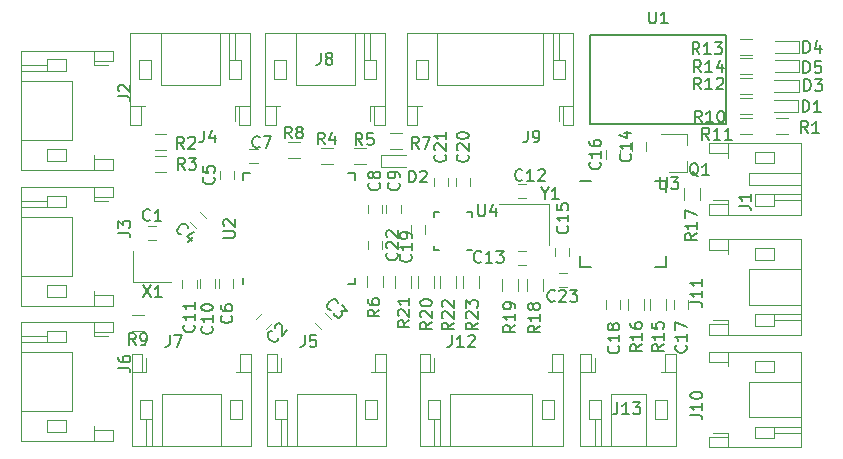
<source format=gto>
G04 #@! TF.FileFunction,Copper,L1,Top,Signal*
%FSLAX46Y46*%
G04 Gerber Fmt 4.6, Leading zero omitted, Abs format (unit mm)*
G04 Created by KiCad (PCBNEW 4.0.5) date *
%MOMM*%
%LPD*%
G01*
G04 APERTURE LIST*
%ADD10C,0.100000*%
%ADD11C,0.150000*%
%ADD12C,0.120000*%
G04 APERTURE END LIST*
D10*
D11*
X120455000Y-130615000D02*
X121030000Y-130615000D01*
X129855000Y-140015000D02*
X129280000Y-140015000D01*
X129855000Y-130615000D02*
X129280000Y-130615000D01*
X120455000Y-140015000D02*
X120455000Y-139440000D01*
X129855000Y-140015000D02*
X129855000Y-139440000D01*
X129855000Y-130615000D02*
X129855000Y-131190000D01*
X120455000Y-130615000D02*
X120455000Y-131190000D01*
D12*
X143680000Y-137195000D02*
X144380000Y-137195000D01*
X144380000Y-138395000D02*
X143680000Y-138395000D01*
X139020000Y-140315000D02*
X139020000Y-139315000D01*
X140380000Y-139315000D02*
X140380000Y-140315000D01*
X137115000Y-140315000D02*
X137115000Y-139315000D01*
X138475000Y-139315000D02*
X138475000Y-140315000D01*
X113074500Y-136299500D02*
X112374500Y-136299500D01*
X112374500Y-135099500D02*
X113074500Y-135099500D01*
X121543419Y-142911053D02*
X122038393Y-142416079D01*
X122886921Y-143264607D02*
X122391947Y-143759581D01*
X127013723Y-143800751D02*
X126518749Y-143305777D01*
X127367277Y-142457249D02*
X127862251Y-142952223D01*
X116803947Y-133925919D02*
X117298921Y-134420893D01*
X116450393Y-135269421D02*
X115955419Y-134774447D01*
X119662500Y-130408500D02*
X119662500Y-131108500D01*
X118462500Y-131108500D02*
X118462500Y-130408500D01*
X118399000Y-140292000D02*
X118399000Y-139592000D01*
X119599000Y-139592000D02*
X119599000Y-140292000D01*
X120947000Y-128559000D02*
X121647000Y-128559000D01*
X121647000Y-129759000D02*
X120947000Y-129759000D01*
X132172000Y-133254000D02*
X132172000Y-133954000D01*
X130972000Y-133954000D02*
X130972000Y-133254000D01*
X133759500Y-133266000D02*
X133759500Y-133966000D01*
X132559500Y-133966000D02*
X132559500Y-133266000D01*
X116811500Y-140292000D02*
X116811500Y-139592000D01*
X118011500Y-139592000D02*
X118011500Y-140292000D01*
X115287500Y-140304000D02*
X115287500Y-139604000D01*
X116487500Y-139604000D02*
X116487500Y-140304000D01*
X143680000Y-131480000D02*
X144380000Y-131480000D01*
X144380000Y-132680000D02*
X143680000Y-132680000D01*
X154524000Y-127995500D02*
X154524000Y-128695500D01*
X153324000Y-128695500D02*
X153324000Y-127995500D01*
X146835000Y-137625000D02*
X146835000Y-136925000D01*
X148035000Y-136925000D02*
X148035000Y-137625000D01*
X152365000Y-128670000D02*
X152365000Y-129370000D01*
X151165000Y-129370000D02*
X151165000Y-128670000D01*
X156880000Y-142070000D02*
X156880000Y-141370000D01*
X158080000Y-141370000D02*
X158080000Y-142070000D01*
X151165000Y-142070000D02*
X151165000Y-141370000D01*
X152365000Y-141370000D02*
X152365000Y-142070000D01*
X134655000Y-135720000D02*
X134655000Y-135020000D01*
X135855000Y-135020000D02*
X135855000Y-135720000D01*
X139665000Y-130980000D02*
X139665000Y-131680000D01*
X138465000Y-131680000D02*
X138465000Y-130980000D01*
X137760000Y-130980000D02*
X137760000Y-131680000D01*
X136560000Y-131680000D02*
X136560000Y-130980000D01*
X167441500Y-125404500D02*
X167441500Y-124404500D01*
X167441500Y-124404500D02*
X165341500Y-124404500D01*
X167441500Y-125404500D02*
X165341500Y-125404500D01*
X132088000Y-129040000D02*
X132088000Y-130040000D01*
X132088000Y-130040000D02*
X134188000Y-130040000D01*
X132088000Y-129040000D02*
X134188000Y-129040000D01*
X167505000Y-123690000D02*
X167505000Y-122690000D01*
X167505000Y-122690000D02*
X165405000Y-122690000D01*
X167505000Y-123690000D02*
X165405000Y-123690000D01*
X167517500Y-120388000D02*
X167517500Y-119388000D01*
X167517500Y-119388000D02*
X165417500Y-119388000D01*
X167517500Y-120388000D02*
X165417500Y-120388000D01*
X167517500Y-122039000D02*
X167517500Y-121039000D01*
X167517500Y-121039000D02*
X165417500Y-121039000D01*
X167517500Y-122039000D02*
X165417500Y-122039000D01*
X167640000Y-131580000D02*
X163290000Y-131580000D01*
X163290000Y-131580000D02*
X163290000Y-130580000D01*
X163290000Y-130580000D02*
X167640000Y-130580000D01*
X161440000Y-132880000D02*
X161440000Y-133230000D01*
X161440000Y-133230000D02*
X159840000Y-133230000D01*
X159840000Y-133230000D02*
X159840000Y-134130000D01*
X159840000Y-134130000D02*
X167640000Y-134130000D01*
X167640000Y-134130000D02*
X167640000Y-128030000D01*
X167640000Y-128030000D02*
X159840000Y-128030000D01*
X159840000Y-128030000D02*
X159840000Y-128930000D01*
X159840000Y-128930000D02*
X161440000Y-128930000D01*
X161440000Y-128930000D02*
X161440000Y-129280000D01*
X161440000Y-134130000D02*
X161440000Y-133230000D01*
X161440000Y-128030000D02*
X161440000Y-128930000D01*
X163790000Y-133380000D02*
X165390000Y-133380000D01*
X165390000Y-133380000D02*
X165390000Y-132380000D01*
X165390000Y-132380000D02*
X163790000Y-132380000D01*
X163790000Y-132380000D02*
X163790000Y-133380000D01*
X163790000Y-128780000D02*
X165390000Y-128780000D01*
X165390000Y-128780000D02*
X165390000Y-129780000D01*
X165390000Y-129780000D02*
X163790000Y-129780000D01*
X163790000Y-129780000D02*
X163790000Y-128780000D01*
X165390000Y-132380000D02*
X167640000Y-132380000D01*
X165390000Y-132880000D02*
X167640000Y-132880000D01*
X161440000Y-132880000D02*
X160240000Y-132880000D01*
X101600000Y-122770000D02*
X105950000Y-122770000D01*
X105950000Y-122770000D02*
X105950000Y-127770000D01*
X105950000Y-127770000D02*
X101600000Y-127770000D01*
X107800000Y-121470000D02*
X107800000Y-121120000D01*
X107800000Y-121120000D02*
X109400000Y-121120000D01*
X109400000Y-121120000D02*
X109400000Y-120220000D01*
X109400000Y-120220000D02*
X101600000Y-120220000D01*
X101600000Y-120220000D02*
X101600000Y-130320000D01*
X101600000Y-130320000D02*
X109400000Y-130320000D01*
X109400000Y-130320000D02*
X109400000Y-129420000D01*
X109400000Y-129420000D02*
X107800000Y-129420000D01*
X107800000Y-129420000D02*
X107800000Y-129070000D01*
X107800000Y-120220000D02*
X107800000Y-121120000D01*
X107800000Y-130320000D02*
X107800000Y-129420000D01*
X105450000Y-120970000D02*
X103850000Y-120970000D01*
X103850000Y-120970000D02*
X103850000Y-121970000D01*
X103850000Y-121970000D02*
X105450000Y-121970000D01*
X105450000Y-121970000D02*
X105450000Y-120970000D01*
X105450000Y-129570000D02*
X103850000Y-129570000D01*
X103850000Y-129570000D02*
X103850000Y-128570000D01*
X103850000Y-128570000D02*
X105450000Y-128570000D01*
X105450000Y-128570000D02*
X105450000Y-129570000D01*
X103850000Y-121970000D02*
X101600000Y-121970000D01*
X103850000Y-121470000D02*
X101600000Y-121470000D01*
X107800000Y-121470000D02*
X109000000Y-121470000D01*
X101600000Y-134295000D02*
X105950000Y-134295000D01*
X105950000Y-134295000D02*
X105950000Y-139295000D01*
X105950000Y-139295000D02*
X101600000Y-139295000D01*
X107800000Y-132995000D02*
X107800000Y-132645000D01*
X107800000Y-132645000D02*
X109400000Y-132645000D01*
X109400000Y-132645000D02*
X109400000Y-131745000D01*
X109400000Y-131745000D02*
X101600000Y-131745000D01*
X101600000Y-131745000D02*
X101600000Y-141845000D01*
X101600000Y-141845000D02*
X109400000Y-141845000D01*
X109400000Y-141845000D02*
X109400000Y-140945000D01*
X109400000Y-140945000D02*
X107800000Y-140945000D01*
X107800000Y-140945000D02*
X107800000Y-140595000D01*
X107800000Y-131745000D02*
X107800000Y-132645000D01*
X107800000Y-141845000D02*
X107800000Y-140945000D01*
X105450000Y-132495000D02*
X103850000Y-132495000D01*
X103850000Y-132495000D02*
X103850000Y-133495000D01*
X103850000Y-133495000D02*
X105450000Y-133495000D01*
X105450000Y-133495000D02*
X105450000Y-132495000D01*
X105450000Y-141095000D02*
X103850000Y-141095000D01*
X103850000Y-141095000D02*
X103850000Y-140095000D01*
X103850000Y-140095000D02*
X105450000Y-140095000D01*
X105450000Y-140095000D02*
X105450000Y-141095000D01*
X103850000Y-133495000D02*
X101600000Y-133495000D01*
X103850000Y-132995000D02*
X101600000Y-132995000D01*
X107800000Y-132995000D02*
X109000000Y-132995000D01*
X118435000Y-118745000D02*
X118435000Y-123095000D01*
X118435000Y-123095000D02*
X113435000Y-123095000D01*
X113435000Y-123095000D02*
X113435000Y-118745000D01*
X119735000Y-124945000D02*
X120085000Y-124945000D01*
X120085000Y-124945000D02*
X120085000Y-126545000D01*
X120085000Y-126545000D02*
X120985000Y-126545000D01*
X120985000Y-126545000D02*
X120985000Y-118745000D01*
X120985000Y-118745000D02*
X110885000Y-118745000D01*
X110885000Y-118745000D02*
X110885000Y-126545000D01*
X110885000Y-126545000D02*
X111785000Y-126545000D01*
X111785000Y-126545000D02*
X111785000Y-124945000D01*
X111785000Y-124945000D02*
X112135000Y-124945000D01*
X120985000Y-124945000D02*
X120085000Y-124945000D01*
X110885000Y-124945000D02*
X111785000Y-124945000D01*
X120235000Y-122595000D02*
X120235000Y-120995000D01*
X120235000Y-120995000D02*
X119235000Y-120995000D01*
X119235000Y-120995000D02*
X119235000Y-122595000D01*
X119235000Y-122595000D02*
X120235000Y-122595000D01*
X111635000Y-122595000D02*
X111635000Y-120995000D01*
X111635000Y-120995000D02*
X112635000Y-120995000D01*
X112635000Y-120995000D02*
X112635000Y-122595000D01*
X112635000Y-122595000D02*
X111635000Y-122595000D01*
X119235000Y-120995000D02*
X119235000Y-118745000D01*
X119735000Y-120995000D02*
X119735000Y-118745000D01*
X119735000Y-124945000D02*
X119735000Y-126145000D01*
X124960000Y-153670000D02*
X124960000Y-149320000D01*
X124960000Y-149320000D02*
X129960000Y-149320000D01*
X129960000Y-149320000D02*
X129960000Y-153670000D01*
X123660000Y-147470000D02*
X123310000Y-147470000D01*
X123310000Y-147470000D02*
X123310000Y-145870000D01*
X123310000Y-145870000D02*
X122410000Y-145870000D01*
X122410000Y-145870000D02*
X122410000Y-153670000D01*
X122410000Y-153670000D02*
X132510000Y-153670000D01*
X132510000Y-153670000D02*
X132510000Y-145870000D01*
X132510000Y-145870000D02*
X131610000Y-145870000D01*
X131610000Y-145870000D02*
X131610000Y-147470000D01*
X131610000Y-147470000D02*
X131260000Y-147470000D01*
X122410000Y-147470000D02*
X123310000Y-147470000D01*
X132510000Y-147470000D02*
X131610000Y-147470000D01*
X123160000Y-149820000D02*
X123160000Y-151420000D01*
X123160000Y-151420000D02*
X124160000Y-151420000D01*
X124160000Y-151420000D02*
X124160000Y-149820000D01*
X124160000Y-149820000D02*
X123160000Y-149820000D01*
X131760000Y-149820000D02*
X131760000Y-151420000D01*
X131760000Y-151420000D02*
X130760000Y-151420000D01*
X130760000Y-151420000D02*
X130760000Y-149820000D01*
X130760000Y-149820000D02*
X131760000Y-149820000D01*
X124160000Y-151420000D02*
X124160000Y-153670000D01*
X123660000Y-151420000D02*
X123660000Y-153670000D01*
X123660000Y-147470000D02*
X123660000Y-146270000D01*
X101600000Y-145725000D02*
X105950000Y-145725000D01*
X105950000Y-145725000D02*
X105950000Y-150725000D01*
X105950000Y-150725000D02*
X101600000Y-150725000D01*
X107800000Y-144425000D02*
X107800000Y-144075000D01*
X107800000Y-144075000D02*
X109400000Y-144075000D01*
X109400000Y-144075000D02*
X109400000Y-143175000D01*
X109400000Y-143175000D02*
X101600000Y-143175000D01*
X101600000Y-143175000D02*
X101600000Y-153275000D01*
X101600000Y-153275000D02*
X109400000Y-153275000D01*
X109400000Y-153275000D02*
X109400000Y-152375000D01*
X109400000Y-152375000D02*
X107800000Y-152375000D01*
X107800000Y-152375000D02*
X107800000Y-152025000D01*
X107800000Y-143175000D02*
X107800000Y-144075000D01*
X107800000Y-153275000D02*
X107800000Y-152375000D01*
X105450000Y-143925000D02*
X103850000Y-143925000D01*
X103850000Y-143925000D02*
X103850000Y-144925000D01*
X103850000Y-144925000D02*
X105450000Y-144925000D01*
X105450000Y-144925000D02*
X105450000Y-143925000D01*
X105450000Y-152525000D02*
X103850000Y-152525000D01*
X103850000Y-152525000D02*
X103850000Y-151525000D01*
X103850000Y-151525000D02*
X105450000Y-151525000D01*
X105450000Y-151525000D02*
X105450000Y-152525000D01*
X103850000Y-144925000D02*
X101600000Y-144925000D01*
X103850000Y-144425000D02*
X101600000Y-144425000D01*
X107800000Y-144425000D02*
X109000000Y-144425000D01*
X113530000Y-153670000D02*
X113530000Y-149320000D01*
X113530000Y-149320000D02*
X118530000Y-149320000D01*
X118530000Y-149320000D02*
X118530000Y-153670000D01*
X112230000Y-147470000D02*
X111880000Y-147470000D01*
X111880000Y-147470000D02*
X111880000Y-145870000D01*
X111880000Y-145870000D02*
X110980000Y-145870000D01*
X110980000Y-145870000D02*
X110980000Y-153670000D01*
X110980000Y-153670000D02*
X121080000Y-153670000D01*
X121080000Y-153670000D02*
X121080000Y-145870000D01*
X121080000Y-145870000D02*
X120180000Y-145870000D01*
X120180000Y-145870000D02*
X120180000Y-147470000D01*
X120180000Y-147470000D02*
X119830000Y-147470000D01*
X110980000Y-147470000D02*
X111880000Y-147470000D01*
X121080000Y-147470000D02*
X120180000Y-147470000D01*
X111730000Y-149820000D02*
X111730000Y-151420000D01*
X111730000Y-151420000D02*
X112730000Y-151420000D01*
X112730000Y-151420000D02*
X112730000Y-149820000D01*
X112730000Y-149820000D02*
X111730000Y-149820000D01*
X120330000Y-149820000D02*
X120330000Y-151420000D01*
X120330000Y-151420000D02*
X119330000Y-151420000D01*
X119330000Y-151420000D02*
X119330000Y-149820000D01*
X119330000Y-149820000D02*
X120330000Y-149820000D01*
X112730000Y-151420000D02*
X112730000Y-153670000D01*
X112230000Y-151420000D02*
X112230000Y-153670000D01*
X112230000Y-147470000D02*
X112230000Y-146270000D01*
X129865000Y-118745000D02*
X129865000Y-123095000D01*
X129865000Y-123095000D02*
X124865000Y-123095000D01*
X124865000Y-123095000D02*
X124865000Y-118745000D01*
X131165000Y-124945000D02*
X131515000Y-124945000D01*
X131515000Y-124945000D02*
X131515000Y-126545000D01*
X131515000Y-126545000D02*
X132415000Y-126545000D01*
X132415000Y-126545000D02*
X132415000Y-118745000D01*
X132415000Y-118745000D02*
X122315000Y-118745000D01*
X122315000Y-118745000D02*
X122315000Y-126545000D01*
X122315000Y-126545000D02*
X123215000Y-126545000D01*
X123215000Y-126545000D02*
X123215000Y-124945000D01*
X123215000Y-124945000D02*
X123565000Y-124945000D01*
X132415000Y-124945000D02*
X131515000Y-124945000D01*
X122315000Y-124945000D02*
X123215000Y-124945000D01*
X131665000Y-122595000D02*
X131665000Y-120995000D01*
X131665000Y-120995000D02*
X130665000Y-120995000D01*
X130665000Y-120995000D02*
X130665000Y-122595000D01*
X130665000Y-122595000D02*
X131665000Y-122595000D01*
X123065000Y-122595000D02*
X123065000Y-120995000D01*
X123065000Y-120995000D02*
X124065000Y-120995000D01*
X124065000Y-120995000D02*
X124065000Y-122595000D01*
X124065000Y-122595000D02*
X123065000Y-122595000D01*
X130665000Y-120995000D02*
X130665000Y-118745000D01*
X131165000Y-120995000D02*
X131165000Y-118745000D01*
X131165000Y-124945000D02*
X131165000Y-126145000D01*
X145835000Y-118745000D02*
X145835000Y-123095000D01*
X145835000Y-123095000D02*
X136835000Y-123095000D01*
X136835000Y-123095000D02*
X136835000Y-118745000D01*
X147135000Y-124945000D02*
X147485000Y-124945000D01*
X147485000Y-124945000D02*
X147485000Y-126545000D01*
X147485000Y-126545000D02*
X148385000Y-126545000D01*
X148385000Y-126545000D02*
X148385000Y-118745000D01*
X148385000Y-118745000D02*
X134285000Y-118745000D01*
X134285000Y-118745000D02*
X134285000Y-126545000D01*
X134285000Y-126545000D02*
X135185000Y-126545000D01*
X135185000Y-126545000D02*
X135185000Y-124945000D01*
X135185000Y-124945000D02*
X135535000Y-124945000D01*
X148385000Y-124945000D02*
X147485000Y-124945000D01*
X134285000Y-124945000D02*
X135185000Y-124945000D01*
X147635000Y-122595000D02*
X147635000Y-120995000D01*
X147635000Y-120995000D02*
X146635000Y-120995000D01*
X146635000Y-120995000D02*
X146635000Y-122595000D01*
X146635000Y-122595000D02*
X147635000Y-122595000D01*
X135035000Y-122595000D02*
X135035000Y-120995000D01*
X135035000Y-120995000D02*
X136035000Y-120995000D01*
X136035000Y-120995000D02*
X136035000Y-122595000D01*
X136035000Y-122595000D02*
X135035000Y-122595000D01*
X146635000Y-120995000D02*
X146635000Y-118745000D01*
X147135000Y-120995000D02*
X147135000Y-118745000D01*
X147135000Y-124945000D02*
X147135000Y-126145000D01*
X167640000Y-151265000D02*
X163290000Y-151265000D01*
X163290000Y-151265000D02*
X163290000Y-148265000D01*
X163290000Y-148265000D02*
X167640000Y-148265000D01*
X161440000Y-152565000D02*
X161440000Y-152915000D01*
X161440000Y-152915000D02*
X159840000Y-152915000D01*
X159840000Y-152915000D02*
X159840000Y-153815000D01*
X159840000Y-153815000D02*
X167640000Y-153815000D01*
X167640000Y-153815000D02*
X167640000Y-145715000D01*
X167640000Y-145715000D02*
X159840000Y-145715000D01*
X159840000Y-145715000D02*
X159840000Y-146615000D01*
X159840000Y-146615000D02*
X161440000Y-146615000D01*
X161440000Y-146615000D02*
X161440000Y-146965000D01*
X161440000Y-153815000D02*
X161440000Y-152915000D01*
X161440000Y-145715000D02*
X161440000Y-146615000D01*
X163790000Y-153065000D02*
X165390000Y-153065000D01*
X165390000Y-153065000D02*
X165390000Y-152065000D01*
X165390000Y-152065000D02*
X163790000Y-152065000D01*
X163790000Y-152065000D02*
X163790000Y-153065000D01*
X163790000Y-146465000D02*
X165390000Y-146465000D01*
X165390000Y-146465000D02*
X165390000Y-147465000D01*
X165390000Y-147465000D02*
X163790000Y-147465000D01*
X163790000Y-147465000D02*
X163790000Y-146465000D01*
X165390000Y-152065000D02*
X167640000Y-152065000D01*
X165390000Y-152565000D02*
X167640000Y-152565000D01*
X161440000Y-152565000D02*
X160240000Y-152565000D01*
X167640000Y-141740000D02*
X163290000Y-141740000D01*
X163290000Y-141740000D02*
X163290000Y-138740000D01*
X163290000Y-138740000D02*
X167640000Y-138740000D01*
X161440000Y-143040000D02*
X161440000Y-143390000D01*
X161440000Y-143390000D02*
X159840000Y-143390000D01*
X159840000Y-143390000D02*
X159840000Y-144290000D01*
X159840000Y-144290000D02*
X167640000Y-144290000D01*
X167640000Y-144290000D02*
X167640000Y-136190000D01*
X167640000Y-136190000D02*
X159840000Y-136190000D01*
X159840000Y-136190000D02*
X159840000Y-137090000D01*
X159840000Y-137090000D02*
X161440000Y-137090000D01*
X161440000Y-137090000D02*
X161440000Y-137440000D01*
X161440000Y-144290000D02*
X161440000Y-143390000D01*
X161440000Y-136190000D02*
X161440000Y-137090000D01*
X163790000Y-143540000D02*
X165390000Y-143540000D01*
X165390000Y-143540000D02*
X165390000Y-142540000D01*
X165390000Y-142540000D02*
X163790000Y-142540000D01*
X163790000Y-142540000D02*
X163790000Y-143540000D01*
X163790000Y-136940000D02*
X165390000Y-136940000D01*
X165390000Y-136940000D02*
X165390000Y-137940000D01*
X165390000Y-137940000D02*
X163790000Y-137940000D01*
X163790000Y-137940000D02*
X163790000Y-136940000D01*
X165390000Y-142540000D02*
X167640000Y-142540000D01*
X165390000Y-143040000D02*
X167640000Y-143040000D01*
X161440000Y-143040000D02*
X160240000Y-143040000D01*
X137915000Y-153670000D02*
X137915000Y-149320000D01*
X137915000Y-149320000D02*
X144915000Y-149320000D01*
X144915000Y-149320000D02*
X144915000Y-153670000D01*
X136615000Y-147470000D02*
X136265000Y-147470000D01*
X136265000Y-147470000D02*
X136265000Y-145870000D01*
X136265000Y-145870000D02*
X135365000Y-145870000D01*
X135365000Y-145870000D02*
X135365000Y-153670000D01*
X135365000Y-153670000D02*
X147465000Y-153670000D01*
X147465000Y-153670000D02*
X147465000Y-145870000D01*
X147465000Y-145870000D02*
X146565000Y-145870000D01*
X146565000Y-145870000D02*
X146565000Y-147470000D01*
X146565000Y-147470000D02*
X146215000Y-147470000D01*
X135365000Y-147470000D02*
X136265000Y-147470000D01*
X147465000Y-147470000D02*
X146565000Y-147470000D01*
X136115000Y-149820000D02*
X136115000Y-151420000D01*
X136115000Y-151420000D02*
X137115000Y-151420000D01*
X137115000Y-151420000D02*
X137115000Y-149820000D01*
X137115000Y-149820000D02*
X136115000Y-149820000D01*
X146715000Y-149820000D02*
X146715000Y-151420000D01*
X146715000Y-151420000D02*
X145715000Y-151420000D01*
X145715000Y-151420000D02*
X145715000Y-149820000D01*
X145715000Y-149820000D02*
X146715000Y-149820000D01*
X137115000Y-151420000D02*
X137115000Y-153670000D01*
X136615000Y-151420000D02*
X136615000Y-153670000D01*
X136615000Y-147470000D02*
X136615000Y-146270000D01*
X151535000Y-153670000D02*
X151535000Y-149320000D01*
X151535000Y-149320000D02*
X154535000Y-149320000D01*
X154535000Y-149320000D02*
X154535000Y-153670000D01*
X150235000Y-147470000D02*
X149885000Y-147470000D01*
X149885000Y-147470000D02*
X149885000Y-145870000D01*
X149885000Y-145870000D02*
X148985000Y-145870000D01*
X148985000Y-145870000D02*
X148985000Y-153670000D01*
X148985000Y-153670000D02*
X157085000Y-153670000D01*
X157085000Y-153670000D02*
X157085000Y-145870000D01*
X157085000Y-145870000D02*
X156185000Y-145870000D01*
X156185000Y-145870000D02*
X156185000Y-147470000D01*
X156185000Y-147470000D02*
X155835000Y-147470000D01*
X148985000Y-147470000D02*
X149885000Y-147470000D01*
X157085000Y-147470000D02*
X156185000Y-147470000D01*
X149735000Y-149820000D02*
X149735000Y-151420000D01*
X149735000Y-151420000D02*
X150735000Y-151420000D01*
X150735000Y-151420000D02*
X150735000Y-149820000D01*
X150735000Y-149820000D02*
X149735000Y-149820000D01*
X156335000Y-149820000D02*
X156335000Y-151420000D01*
X156335000Y-151420000D02*
X155335000Y-151420000D01*
X155335000Y-151420000D02*
X155335000Y-149820000D01*
X155335000Y-149820000D02*
X156335000Y-149820000D01*
X150735000Y-151420000D02*
X150735000Y-153670000D01*
X150235000Y-151420000D02*
X150235000Y-153670000D01*
X150235000Y-147470000D02*
X150235000Y-146270000D01*
X157970000Y-130485000D02*
X157970000Y-129555000D01*
X157970000Y-127325000D02*
X157970000Y-128255000D01*
X157970000Y-127325000D02*
X155810000Y-127325000D01*
X157970000Y-130485000D02*
X156510000Y-130485000D01*
X165564500Y-125939000D02*
X166564500Y-125939000D01*
X166564500Y-127299000D02*
X165564500Y-127299000D01*
X113923000Y-128632500D02*
X112923000Y-128632500D01*
X112923000Y-127272500D02*
X113923000Y-127272500D01*
X112923000Y-129177500D02*
X113923000Y-129177500D01*
X113923000Y-130537500D02*
X112923000Y-130537500D01*
X127996000Y-129839000D02*
X126996000Y-129839000D01*
X126996000Y-128479000D02*
X127996000Y-128479000D01*
X130814000Y-129839000D02*
X129814000Y-129839000D01*
X129814000Y-128479000D02*
X130814000Y-128479000D01*
X130892000Y-140275500D02*
X130892000Y-139275500D01*
X132252000Y-139275500D02*
X132252000Y-140275500D01*
X133838000Y-128569000D02*
X132838000Y-128569000D01*
X132838000Y-127209000D02*
X133838000Y-127209000D01*
X125202000Y-129331000D02*
X124202000Y-129331000D01*
X124202000Y-127971000D02*
X125202000Y-127971000D01*
X110994000Y-142576000D02*
X111994000Y-142576000D01*
X111994000Y-143936000D02*
X110994000Y-143936000D01*
X163516500Y-125584500D02*
X162516500Y-125584500D01*
X162516500Y-124224500D02*
X163516500Y-124224500D01*
X163516500Y-127299000D02*
X162516500Y-127299000D01*
X162516500Y-125939000D02*
X163516500Y-125939000D01*
X163516500Y-123870000D02*
X162516500Y-123870000D01*
X162516500Y-122510000D02*
X163516500Y-122510000D01*
X163516500Y-120568000D02*
X162516500Y-120568000D01*
X162516500Y-119208000D02*
X163516500Y-119208000D01*
X163516500Y-122219000D02*
X162516500Y-122219000D01*
X162516500Y-120859000D02*
X163516500Y-120859000D01*
X156255000Y-141220000D02*
X156255000Y-142220000D01*
X154895000Y-142220000D02*
X154895000Y-141220000D01*
X154350000Y-141220000D02*
X154350000Y-142220000D01*
X152990000Y-142220000D02*
X152990000Y-141220000D01*
X157752500Y-132846000D02*
X157752500Y-131846000D01*
X159112500Y-131846000D02*
X159112500Y-132846000D01*
X144417500Y-140593000D02*
X144417500Y-139593000D01*
X145777500Y-139593000D02*
X145777500Y-140593000D01*
X142322000Y-140593000D02*
X142322000Y-139593000D01*
X143682000Y-139593000D02*
X143682000Y-140593000D01*
X135210000Y-140315000D02*
X135210000Y-139315000D01*
X136570000Y-139315000D02*
X136570000Y-140315000D01*
X133305000Y-140315000D02*
X133305000Y-139315000D01*
X134665000Y-139315000D02*
X134665000Y-140315000D01*
D11*
X161325000Y-126460000D02*
X161325000Y-118910000D01*
X161325000Y-118910000D02*
X149825000Y-118910000D01*
X161325000Y-126460000D02*
X149825000Y-126460000D01*
X149825000Y-126460000D02*
X149825000Y-118910000D01*
X156225000Y-131235000D02*
X156225000Y-132185000D01*
X148925000Y-138535000D02*
X148925000Y-137585000D01*
X156225000Y-138535000D02*
X156225000Y-137585000D01*
X148925000Y-131235000D02*
X149875000Y-131235000D01*
X148925000Y-138535000D02*
X149875000Y-138535000D01*
X156225000Y-138535000D02*
X155275000Y-138535000D01*
X156225000Y-131235000D02*
X155275000Y-131235000D01*
X139800000Y-133925000D02*
X139800000Y-134325000D01*
X139800000Y-133925000D02*
X139400000Y-133925000D01*
X136600000Y-133925000D02*
X136600000Y-134325000D01*
X136600000Y-133925000D02*
X137000000Y-133925000D01*
X136600000Y-137125000D02*
X136600000Y-136725000D01*
X136600000Y-137125000D02*
X137000000Y-137125000D01*
X139800000Y-137125000D02*
X139400000Y-137125000D01*
D12*
X146315000Y-136690000D02*
X146315000Y-133190000D01*
X146315000Y-133190000D02*
X142115000Y-133190000D01*
X130972000Y-137053500D02*
X130972000Y-136353500D01*
X132172000Y-136353500D02*
X132172000Y-137053500D01*
X147148500Y-139036500D02*
X147848500Y-139036500D01*
X147848500Y-140236500D02*
X147148500Y-140236500D01*
X111119000Y-137196000D02*
X111119000Y-139796000D01*
X111119000Y-139796000D02*
X114319000Y-139796000D01*
D11*
X118732381Y-136076905D02*
X119541905Y-136076905D01*
X119637143Y-136029286D01*
X119684762Y-135981667D01*
X119732381Y-135886429D01*
X119732381Y-135695952D01*
X119684762Y-135600714D01*
X119637143Y-135553095D01*
X119541905Y-135505476D01*
X118732381Y-135505476D01*
X118827619Y-135076905D02*
X118780000Y-135029286D01*
X118732381Y-134934048D01*
X118732381Y-134695952D01*
X118780000Y-134600714D01*
X118827619Y-134553095D01*
X118922857Y-134505476D01*
X119018095Y-134505476D01*
X119160952Y-134553095D01*
X119732381Y-135124524D01*
X119732381Y-134505476D01*
X140581143Y-138088643D02*
X140533524Y-138136262D01*
X140390667Y-138183881D01*
X140295429Y-138183881D01*
X140152571Y-138136262D01*
X140057333Y-138041024D01*
X140009714Y-137945786D01*
X139962095Y-137755310D01*
X139962095Y-137612452D01*
X140009714Y-137421976D01*
X140057333Y-137326738D01*
X140152571Y-137231500D01*
X140295429Y-137183881D01*
X140390667Y-137183881D01*
X140533524Y-137231500D01*
X140581143Y-137279119D01*
X141533524Y-138183881D02*
X140962095Y-138183881D01*
X141247809Y-138183881D02*
X141247809Y-137183881D01*
X141152571Y-137326738D01*
X141057333Y-137421976D01*
X140962095Y-137469595D01*
X141866857Y-137183881D02*
X142485905Y-137183881D01*
X142152571Y-137564833D01*
X142295429Y-137564833D01*
X142390667Y-137612452D01*
X142438286Y-137660071D01*
X142485905Y-137755310D01*
X142485905Y-137993405D01*
X142438286Y-138088643D01*
X142390667Y-138136262D01*
X142295429Y-138183881D01*
X142009714Y-138183881D01*
X141914476Y-138136262D01*
X141866857Y-138088643D01*
X140279381Y-143263857D02*
X139803190Y-143597191D01*
X140279381Y-143835286D02*
X139279381Y-143835286D01*
X139279381Y-143454333D01*
X139327000Y-143359095D01*
X139374619Y-143311476D01*
X139469857Y-143263857D01*
X139612714Y-143263857D01*
X139707952Y-143311476D01*
X139755571Y-143359095D01*
X139803190Y-143454333D01*
X139803190Y-143835286D01*
X139374619Y-142882905D02*
X139327000Y-142835286D01*
X139279381Y-142740048D01*
X139279381Y-142501952D01*
X139327000Y-142406714D01*
X139374619Y-142359095D01*
X139469857Y-142311476D01*
X139565095Y-142311476D01*
X139707952Y-142359095D01*
X140279381Y-142930524D01*
X140279381Y-142311476D01*
X139279381Y-141978143D02*
X139279381Y-141359095D01*
X139660333Y-141692429D01*
X139660333Y-141549571D01*
X139707952Y-141454333D01*
X139755571Y-141406714D01*
X139850810Y-141359095D01*
X140088905Y-141359095D01*
X140184143Y-141406714D01*
X140231762Y-141454333D01*
X140279381Y-141549571D01*
X140279381Y-141835286D01*
X140231762Y-141930524D01*
X140184143Y-141978143D01*
X138247381Y-143263857D02*
X137771190Y-143597191D01*
X138247381Y-143835286D02*
X137247381Y-143835286D01*
X137247381Y-143454333D01*
X137295000Y-143359095D01*
X137342619Y-143311476D01*
X137437857Y-143263857D01*
X137580714Y-143263857D01*
X137675952Y-143311476D01*
X137723571Y-143359095D01*
X137771190Y-143454333D01*
X137771190Y-143835286D01*
X137342619Y-142882905D02*
X137295000Y-142835286D01*
X137247381Y-142740048D01*
X137247381Y-142501952D01*
X137295000Y-142406714D01*
X137342619Y-142359095D01*
X137437857Y-142311476D01*
X137533095Y-142311476D01*
X137675952Y-142359095D01*
X138247381Y-142930524D01*
X138247381Y-142311476D01*
X137342619Y-141930524D02*
X137295000Y-141882905D01*
X137247381Y-141787667D01*
X137247381Y-141549571D01*
X137295000Y-141454333D01*
X137342619Y-141406714D01*
X137437857Y-141359095D01*
X137533095Y-141359095D01*
X137675952Y-141406714D01*
X138247381Y-141978143D01*
X138247381Y-141359095D01*
X112557834Y-134556643D02*
X112510215Y-134604262D01*
X112367358Y-134651881D01*
X112272120Y-134651881D01*
X112129262Y-134604262D01*
X112034024Y-134509024D01*
X111986405Y-134413786D01*
X111938786Y-134223310D01*
X111938786Y-134080452D01*
X111986405Y-133889976D01*
X112034024Y-133794738D01*
X112129262Y-133699500D01*
X112272120Y-133651881D01*
X112367358Y-133651881D01*
X112510215Y-133699500D01*
X112557834Y-133747119D01*
X113510215Y-134651881D02*
X112938786Y-134651881D01*
X113224500Y-134651881D02*
X113224500Y-133651881D01*
X113129262Y-133794738D01*
X113034024Y-133889976D01*
X112938786Y-133937595D01*
X123410518Y-144518879D02*
X123410518Y-144586222D01*
X123343174Y-144720909D01*
X123275831Y-144788253D01*
X123141143Y-144855597D01*
X123006456Y-144855597D01*
X122905441Y-144821925D01*
X122737083Y-144720910D01*
X122636067Y-144619894D01*
X122535052Y-144451535D01*
X122501380Y-144350520D01*
X122501380Y-144215833D01*
X122568724Y-144081146D01*
X122636067Y-144013802D01*
X122770754Y-143946459D01*
X122838098Y-143946459D01*
X123107471Y-143677085D02*
X123107471Y-143609742D01*
X123141143Y-143508727D01*
X123309502Y-143340367D01*
X123410518Y-143306696D01*
X123477861Y-143306696D01*
X123578876Y-143340367D01*
X123646220Y-143407711D01*
X123713563Y-143542398D01*
X123713563Y-144350520D01*
X124151296Y-143912787D01*
X127880771Y-142203028D02*
X127813428Y-142203028D01*
X127678741Y-142135684D01*
X127611397Y-142068341D01*
X127544053Y-141933653D01*
X127544053Y-141798966D01*
X127577725Y-141697951D01*
X127678740Y-141529593D01*
X127779756Y-141428577D01*
X127948115Y-141327562D01*
X128049130Y-141293890D01*
X128183817Y-141293890D01*
X128318504Y-141361234D01*
X128385848Y-141428577D01*
X128453191Y-141563264D01*
X128453191Y-141630608D01*
X128756236Y-141798966D02*
X129193970Y-142236699D01*
X128688893Y-142270370D01*
X128789909Y-142371386D01*
X128823581Y-142472401D01*
X128823581Y-142539745D01*
X128789908Y-142640761D01*
X128621550Y-142809119D01*
X128520534Y-142842791D01*
X128453191Y-142842791D01*
X128352176Y-142809119D01*
X128150145Y-142607088D01*
X128116473Y-142506073D01*
X128116473Y-142438730D01*
X115196121Y-135793018D02*
X115128778Y-135793018D01*
X114994091Y-135725674D01*
X114926747Y-135658331D01*
X114859403Y-135523643D01*
X114859403Y-135388956D01*
X114893075Y-135287941D01*
X114994090Y-135119583D01*
X115095106Y-135018567D01*
X115263465Y-134917552D01*
X115364480Y-134883880D01*
X115499167Y-134883880D01*
X115633854Y-134951224D01*
X115701198Y-135018567D01*
X115768541Y-135153254D01*
X115768541Y-135220598D01*
X116206274Y-135995048D02*
X115734869Y-136466453D01*
X116307288Y-135557315D02*
X115633853Y-135894033D01*
X116071586Y-136331766D01*
X117919643Y-130925166D02*
X117967262Y-130972785D01*
X118014881Y-131115642D01*
X118014881Y-131210880D01*
X117967262Y-131353738D01*
X117872024Y-131448976D01*
X117776786Y-131496595D01*
X117586310Y-131544214D01*
X117443452Y-131544214D01*
X117252976Y-131496595D01*
X117157738Y-131448976D01*
X117062500Y-131353738D01*
X117014881Y-131210880D01*
X117014881Y-131115642D01*
X117062500Y-130972785D01*
X117110119Y-130925166D01*
X117014881Y-130020404D02*
X117014881Y-130496595D01*
X117491071Y-130544214D01*
X117443452Y-130496595D01*
X117395833Y-130401357D01*
X117395833Y-130163261D01*
X117443452Y-130068023D01*
X117491071Y-130020404D01*
X117586310Y-129972785D01*
X117824405Y-129972785D01*
X117919643Y-130020404D01*
X117967262Y-130068023D01*
X118014881Y-130163261D01*
X118014881Y-130401357D01*
X117967262Y-130496595D01*
X117919643Y-130544214D01*
X119419643Y-142660666D02*
X119467262Y-142708285D01*
X119514881Y-142851142D01*
X119514881Y-142946380D01*
X119467262Y-143089238D01*
X119372024Y-143184476D01*
X119276786Y-143232095D01*
X119086310Y-143279714D01*
X118943452Y-143279714D01*
X118752976Y-143232095D01*
X118657738Y-143184476D01*
X118562500Y-143089238D01*
X118514881Y-142946380D01*
X118514881Y-142851142D01*
X118562500Y-142708285D01*
X118610119Y-142660666D01*
X118514881Y-141803523D02*
X118514881Y-141994000D01*
X118562500Y-142089238D01*
X118610119Y-142136857D01*
X118752976Y-142232095D01*
X118943452Y-142279714D01*
X119324405Y-142279714D01*
X119419643Y-142232095D01*
X119467262Y-142184476D01*
X119514881Y-142089238D01*
X119514881Y-141898761D01*
X119467262Y-141803523D01*
X119419643Y-141755904D01*
X119324405Y-141708285D01*
X119086310Y-141708285D01*
X118991071Y-141755904D01*
X118943452Y-141803523D01*
X118895833Y-141898761D01*
X118895833Y-142089238D01*
X118943452Y-142184476D01*
X118991071Y-142232095D01*
X119086310Y-142279714D01*
X121816834Y-128373143D02*
X121769215Y-128420762D01*
X121626358Y-128468381D01*
X121531120Y-128468381D01*
X121388262Y-128420762D01*
X121293024Y-128325524D01*
X121245405Y-128230286D01*
X121197786Y-128039810D01*
X121197786Y-127896952D01*
X121245405Y-127706476D01*
X121293024Y-127611238D01*
X121388262Y-127516000D01*
X121531120Y-127468381D01*
X121626358Y-127468381D01*
X121769215Y-127516000D01*
X121816834Y-127563619D01*
X122150167Y-127468381D02*
X122816834Y-127468381D01*
X122388262Y-128468381D01*
X131929143Y-131421166D02*
X131976762Y-131468785D01*
X132024381Y-131611642D01*
X132024381Y-131706880D01*
X131976762Y-131849738D01*
X131881524Y-131944976D01*
X131786286Y-131992595D01*
X131595810Y-132040214D01*
X131452952Y-132040214D01*
X131262476Y-131992595D01*
X131167238Y-131944976D01*
X131072000Y-131849738D01*
X131024381Y-131706880D01*
X131024381Y-131611642D01*
X131072000Y-131468785D01*
X131119619Y-131421166D01*
X131452952Y-130849738D02*
X131405333Y-130944976D01*
X131357714Y-130992595D01*
X131262476Y-131040214D01*
X131214857Y-131040214D01*
X131119619Y-130992595D01*
X131072000Y-130944976D01*
X131024381Y-130849738D01*
X131024381Y-130659261D01*
X131072000Y-130564023D01*
X131119619Y-130516404D01*
X131214857Y-130468785D01*
X131262476Y-130468785D01*
X131357714Y-130516404D01*
X131405333Y-130564023D01*
X131452952Y-130659261D01*
X131452952Y-130849738D01*
X131500571Y-130944976D01*
X131548190Y-130992595D01*
X131643429Y-131040214D01*
X131833905Y-131040214D01*
X131929143Y-130992595D01*
X131976762Y-130944976D01*
X132024381Y-130849738D01*
X132024381Y-130659261D01*
X131976762Y-130564023D01*
X131929143Y-130516404D01*
X131833905Y-130468785D01*
X131643429Y-130468785D01*
X131548190Y-130516404D01*
X131500571Y-130564023D01*
X131452952Y-130659261D01*
X133580143Y-131421166D02*
X133627762Y-131468785D01*
X133675381Y-131611642D01*
X133675381Y-131706880D01*
X133627762Y-131849738D01*
X133532524Y-131944976D01*
X133437286Y-131992595D01*
X133246810Y-132040214D01*
X133103952Y-132040214D01*
X132913476Y-131992595D01*
X132818238Y-131944976D01*
X132723000Y-131849738D01*
X132675381Y-131706880D01*
X132675381Y-131611642D01*
X132723000Y-131468785D01*
X132770619Y-131421166D01*
X133675381Y-130944976D02*
X133675381Y-130754500D01*
X133627762Y-130659261D01*
X133580143Y-130611642D01*
X133437286Y-130516404D01*
X133246810Y-130468785D01*
X132865857Y-130468785D01*
X132770619Y-130516404D01*
X132723000Y-130564023D01*
X132675381Y-130659261D01*
X132675381Y-130849738D01*
X132723000Y-130944976D01*
X132770619Y-130992595D01*
X132865857Y-131040214D01*
X133103952Y-131040214D01*
X133199190Y-130992595D01*
X133246810Y-130944976D01*
X133294429Y-130849738D01*
X133294429Y-130659261D01*
X133246810Y-130564023D01*
X133199190Y-130516404D01*
X133103952Y-130468785D01*
X117768643Y-143581357D02*
X117816262Y-143628976D01*
X117863881Y-143771833D01*
X117863881Y-143867071D01*
X117816262Y-144009929D01*
X117721024Y-144105167D01*
X117625786Y-144152786D01*
X117435310Y-144200405D01*
X117292452Y-144200405D01*
X117101976Y-144152786D01*
X117006738Y-144105167D01*
X116911500Y-144009929D01*
X116863881Y-143867071D01*
X116863881Y-143771833D01*
X116911500Y-143628976D01*
X116959119Y-143581357D01*
X117863881Y-142628976D02*
X117863881Y-143200405D01*
X117863881Y-142914691D02*
X116863881Y-142914691D01*
X117006738Y-143009929D01*
X117101976Y-143105167D01*
X117149595Y-143200405D01*
X116863881Y-142009929D02*
X116863881Y-141914690D01*
X116911500Y-141819452D01*
X116959119Y-141771833D01*
X117054357Y-141724214D01*
X117244833Y-141676595D01*
X117482929Y-141676595D01*
X117673405Y-141724214D01*
X117768643Y-141771833D01*
X117816262Y-141819452D01*
X117863881Y-141914690D01*
X117863881Y-142009929D01*
X117816262Y-142105167D01*
X117768643Y-142152786D01*
X117673405Y-142200405D01*
X117482929Y-142248024D01*
X117244833Y-142248024D01*
X117054357Y-142200405D01*
X116959119Y-142152786D01*
X116911500Y-142105167D01*
X116863881Y-142009929D01*
X116244643Y-143454357D02*
X116292262Y-143501976D01*
X116339881Y-143644833D01*
X116339881Y-143740071D01*
X116292262Y-143882929D01*
X116197024Y-143978167D01*
X116101786Y-144025786D01*
X115911310Y-144073405D01*
X115768452Y-144073405D01*
X115577976Y-144025786D01*
X115482738Y-143978167D01*
X115387500Y-143882929D01*
X115339881Y-143740071D01*
X115339881Y-143644833D01*
X115387500Y-143501976D01*
X115435119Y-143454357D01*
X116339881Y-142501976D02*
X116339881Y-143073405D01*
X116339881Y-142787691D02*
X115339881Y-142787691D01*
X115482738Y-142882929D01*
X115577976Y-142978167D01*
X115625595Y-143073405D01*
X116339881Y-141549595D02*
X116339881Y-142121024D01*
X116339881Y-141835310D02*
X115339881Y-141835310D01*
X115482738Y-141930548D01*
X115577976Y-142025786D01*
X115625595Y-142121024D01*
X144073643Y-131167143D02*
X144026024Y-131214762D01*
X143883167Y-131262381D01*
X143787929Y-131262381D01*
X143645071Y-131214762D01*
X143549833Y-131119524D01*
X143502214Y-131024286D01*
X143454595Y-130833810D01*
X143454595Y-130690952D01*
X143502214Y-130500476D01*
X143549833Y-130405238D01*
X143645071Y-130310000D01*
X143787929Y-130262381D01*
X143883167Y-130262381D01*
X144026024Y-130310000D01*
X144073643Y-130357619D01*
X145026024Y-131262381D02*
X144454595Y-131262381D01*
X144740309Y-131262381D02*
X144740309Y-130262381D01*
X144645071Y-130405238D01*
X144549833Y-130500476D01*
X144454595Y-130548095D01*
X145406976Y-130357619D02*
X145454595Y-130310000D01*
X145549833Y-130262381D01*
X145787929Y-130262381D01*
X145883167Y-130310000D01*
X145930786Y-130357619D01*
X145978405Y-130452857D01*
X145978405Y-130548095D01*
X145930786Y-130690952D01*
X145359357Y-131262381D01*
X145978405Y-131262381D01*
X153201643Y-128976357D02*
X153249262Y-129023976D01*
X153296881Y-129166833D01*
X153296881Y-129262071D01*
X153249262Y-129404929D01*
X153154024Y-129500167D01*
X153058786Y-129547786D01*
X152868310Y-129595405D01*
X152725452Y-129595405D01*
X152534976Y-129547786D01*
X152439738Y-129500167D01*
X152344500Y-129404929D01*
X152296881Y-129262071D01*
X152296881Y-129166833D01*
X152344500Y-129023976D01*
X152392119Y-128976357D01*
X153296881Y-128023976D02*
X153296881Y-128595405D01*
X153296881Y-128309691D02*
X152296881Y-128309691D01*
X152439738Y-128404929D01*
X152534976Y-128500167D01*
X152582595Y-128595405D01*
X152630214Y-127166833D02*
X153296881Y-127166833D01*
X152249262Y-127404929D02*
X152963548Y-127643024D01*
X152963548Y-127023976D01*
X147867643Y-135072357D02*
X147915262Y-135119976D01*
X147962881Y-135262833D01*
X147962881Y-135358071D01*
X147915262Y-135500929D01*
X147820024Y-135596167D01*
X147724786Y-135643786D01*
X147534310Y-135691405D01*
X147391452Y-135691405D01*
X147200976Y-135643786D01*
X147105738Y-135596167D01*
X147010500Y-135500929D01*
X146962881Y-135358071D01*
X146962881Y-135262833D01*
X147010500Y-135119976D01*
X147058119Y-135072357D01*
X147962881Y-134119976D02*
X147962881Y-134691405D01*
X147962881Y-134405691D02*
X146962881Y-134405691D01*
X147105738Y-134500929D01*
X147200976Y-134596167D01*
X147248595Y-134691405D01*
X146962881Y-133215214D02*
X146962881Y-133691405D01*
X147439071Y-133739024D01*
X147391452Y-133691405D01*
X147343833Y-133596167D01*
X147343833Y-133358071D01*
X147391452Y-133262833D01*
X147439071Y-133215214D01*
X147534310Y-133167595D01*
X147772405Y-133167595D01*
X147867643Y-133215214D01*
X147915262Y-133262833D01*
X147962881Y-133358071D01*
X147962881Y-133596167D01*
X147915262Y-133691405D01*
X147867643Y-133739024D01*
X150622143Y-129662857D02*
X150669762Y-129710476D01*
X150717381Y-129853333D01*
X150717381Y-129948571D01*
X150669762Y-130091429D01*
X150574524Y-130186667D01*
X150479286Y-130234286D01*
X150288810Y-130281905D01*
X150145952Y-130281905D01*
X149955476Y-130234286D01*
X149860238Y-130186667D01*
X149765000Y-130091429D01*
X149717381Y-129948571D01*
X149717381Y-129853333D01*
X149765000Y-129710476D01*
X149812619Y-129662857D01*
X150717381Y-128710476D02*
X150717381Y-129281905D01*
X150717381Y-128996191D02*
X149717381Y-128996191D01*
X149860238Y-129091429D01*
X149955476Y-129186667D01*
X150003095Y-129281905D01*
X149717381Y-127853333D02*
X149717381Y-128043810D01*
X149765000Y-128139048D01*
X149812619Y-128186667D01*
X149955476Y-128281905D01*
X150145952Y-128329524D01*
X150526905Y-128329524D01*
X150622143Y-128281905D01*
X150669762Y-128234286D01*
X150717381Y-128139048D01*
X150717381Y-127948571D01*
X150669762Y-127853333D01*
X150622143Y-127805714D01*
X150526905Y-127758095D01*
X150288810Y-127758095D01*
X150193571Y-127805714D01*
X150145952Y-127853333D01*
X150098333Y-127948571D01*
X150098333Y-128139048D01*
X150145952Y-128234286D01*
X150193571Y-128281905D01*
X150288810Y-128329524D01*
X157900643Y-145168857D02*
X157948262Y-145216476D01*
X157995881Y-145359333D01*
X157995881Y-145454571D01*
X157948262Y-145597429D01*
X157853024Y-145692667D01*
X157757786Y-145740286D01*
X157567310Y-145787905D01*
X157424452Y-145787905D01*
X157233976Y-145740286D01*
X157138738Y-145692667D01*
X157043500Y-145597429D01*
X156995881Y-145454571D01*
X156995881Y-145359333D01*
X157043500Y-145216476D01*
X157091119Y-145168857D01*
X157995881Y-144216476D02*
X157995881Y-144787905D01*
X157995881Y-144502191D02*
X156995881Y-144502191D01*
X157138738Y-144597429D01*
X157233976Y-144692667D01*
X157281595Y-144787905D01*
X156995881Y-143883143D02*
X156995881Y-143216476D01*
X157995881Y-143645048D01*
X152185643Y-145232357D02*
X152233262Y-145279976D01*
X152280881Y-145422833D01*
X152280881Y-145518071D01*
X152233262Y-145660929D01*
X152138024Y-145756167D01*
X152042786Y-145803786D01*
X151852310Y-145851405D01*
X151709452Y-145851405D01*
X151518976Y-145803786D01*
X151423738Y-145756167D01*
X151328500Y-145660929D01*
X151280881Y-145518071D01*
X151280881Y-145422833D01*
X151328500Y-145279976D01*
X151376119Y-145232357D01*
X152280881Y-144279976D02*
X152280881Y-144851405D01*
X152280881Y-144565691D02*
X151280881Y-144565691D01*
X151423738Y-144660929D01*
X151518976Y-144756167D01*
X151566595Y-144851405D01*
X151709452Y-143708548D02*
X151661833Y-143803786D01*
X151614214Y-143851405D01*
X151518976Y-143899024D01*
X151471357Y-143899024D01*
X151376119Y-143851405D01*
X151328500Y-143803786D01*
X151280881Y-143708548D01*
X151280881Y-143518071D01*
X151328500Y-143422833D01*
X151376119Y-143375214D01*
X151471357Y-143327595D01*
X151518976Y-143327595D01*
X151614214Y-143375214D01*
X151661833Y-143422833D01*
X151709452Y-143518071D01*
X151709452Y-143708548D01*
X151757071Y-143803786D01*
X151804690Y-143851405D01*
X151899929Y-143899024D01*
X152090405Y-143899024D01*
X152185643Y-143851405D01*
X152233262Y-143803786D01*
X152280881Y-143708548D01*
X152280881Y-143518071D01*
X152233262Y-143422833D01*
X152185643Y-143375214D01*
X152090405Y-143327595D01*
X151899929Y-143327595D01*
X151804690Y-143375214D01*
X151757071Y-143422833D01*
X151709452Y-143518071D01*
X134596143Y-137485357D02*
X134643762Y-137532976D01*
X134691381Y-137675833D01*
X134691381Y-137771071D01*
X134643762Y-137913929D01*
X134548524Y-138009167D01*
X134453286Y-138056786D01*
X134262810Y-138104405D01*
X134119952Y-138104405D01*
X133929476Y-138056786D01*
X133834238Y-138009167D01*
X133739000Y-137913929D01*
X133691381Y-137771071D01*
X133691381Y-137675833D01*
X133739000Y-137532976D01*
X133786619Y-137485357D01*
X134691381Y-136532976D02*
X134691381Y-137104405D01*
X134691381Y-136818691D02*
X133691381Y-136818691D01*
X133834238Y-136913929D01*
X133929476Y-137009167D01*
X133977095Y-137104405D01*
X134691381Y-136056786D02*
X134691381Y-135866310D01*
X134643762Y-135771071D01*
X134596143Y-135723452D01*
X134453286Y-135628214D01*
X134262810Y-135580595D01*
X133881857Y-135580595D01*
X133786619Y-135628214D01*
X133739000Y-135675833D01*
X133691381Y-135771071D01*
X133691381Y-135961548D01*
X133739000Y-136056786D01*
X133786619Y-136104405D01*
X133881857Y-136152024D01*
X134119952Y-136152024D01*
X134215190Y-136104405D01*
X134262810Y-136056786D01*
X134310429Y-135961548D01*
X134310429Y-135771071D01*
X134262810Y-135675833D01*
X134215190Y-135628214D01*
X134119952Y-135580595D01*
X139422143Y-129039857D02*
X139469762Y-129087476D01*
X139517381Y-129230333D01*
X139517381Y-129325571D01*
X139469762Y-129468429D01*
X139374524Y-129563667D01*
X139279286Y-129611286D01*
X139088810Y-129658905D01*
X138945952Y-129658905D01*
X138755476Y-129611286D01*
X138660238Y-129563667D01*
X138565000Y-129468429D01*
X138517381Y-129325571D01*
X138517381Y-129230333D01*
X138565000Y-129087476D01*
X138612619Y-129039857D01*
X138612619Y-128658905D02*
X138565000Y-128611286D01*
X138517381Y-128516048D01*
X138517381Y-128277952D01*
X138565000Y-128182714D01*
X138612619Y-128135095D01*
X138707857Y-128087476D01*
X138803095Y-128087476D01*
X138945952Y-128135095D01*
X139517381Y-128706524D01*
X139517381Y-128087476D01*
X138517381Y-127468429D02*
X138517381Y-127373190D01*
X138565000Y-127277952D01*
X138612619Y-127230333D01*
X138707857Y-127182714D01*
X138898333Y-127135095D01*
X139136429Y-127135095D01*
X139326905Y-127182714D01*
X139422143Y-127230333D01*
X139469762Y-127277952D01*
X139517381Y-127373190D01*
X139517381Y-127468429D01*
X139469762Y-127563667D01*
X139422143Y-127611286D01*
X139326905Y-127658905D01*
X139136429Y-127706524D01*
X138898333Y-127706524D01*
X138707857Y-127658905D01*
X138612619Y-127611286D01*
X138565000Y-127563667D01*
X138517381Y-127468429D01*
X137517143Y-129039857D02*
X137564762Y-129087476D01*
X137612381Y-129230333D01*
X137612381Y-129325571D01*
X137564762Y-129468429D01*
X137469524Y-129563667D01*
X137374286Y-129611286D01*
X137183810Y-129658905D01*
X137040952Y-129658905D01*
X136850476Y-129611286D01*
X136755238Y-129563667D01*
X136660000Y-129468429D01*
X136612381Y-129325571D01*
X136612381Y-129230333D01*
X136660000Y-129087476D01*
X136707619Y-129039857D01*
X136707619Y-128658905D02*
X136660000Y-128611286D01*
X136612381Y-128516048D01*
X136612381Y-128277952D01*
X136660000Y-128182714D01*
X136707619Y-128135095D01*
X136802857Y-128087476D01*
X136898095Y-128087476D01*
X137040952Y-128135095D01*
X137612381Y-128706524D01*
X137612381Y-128087476D01*
X137612381Y-127135095D02*
X137612381Y-127706524D01*
X137612381Y-127420810D02*
X136612381Y-127420810D01*
X136755238Y-127516048D01*
X136850476Y-127611286D01*
X136898095Y-127706524D01*
X167790905Y-125420381D02*
X167790905Y-124420381D01*
X168029000Y-124420381D01*
X168171858Y-124468000D01*
X168267096Y-124563238D01*
X168314715Y-124658476D01*
X168362334Y-124848952D01*
X168362334Y-124991810D01*
X168314715Y-125182286D01*
X168267096Y-125277524D01*
X168171858Y-125372762D01*
X168029000Y-125420381D01*
X167790905Y-125420381D01*
X169314715Y-125420381D02*
X168743286Y-125420381D01*
X169029000Y-125420381D02*
X169029000Y-124420381D01*
X168933762Y-124563238D01*
X168838524Y-124658476D01*
X168743286Y-124706095D01*
X134453405Y-131389381D02*
X134453405Y-130389381D01*
X134691500Y-130389381D01*
X134834358Y-130437000D01*
X134929596Y-130532238D01*
X134977215Y-130627476D01*
X135024834Y-130817952D01*
X135024834Y-130960810D01*
X134977215Y-131151286D01*
X134929596Y-131246524D01*
X134834358Y-131341762D01*
X134691500Y-131389381D01*
X134453405Y-131389381D01*
X135405786Y-130484619D02*
X135453405Y-130437000D01*
X135548643Y-130389381D01*
X135786739Y-130389381D01*
X135881977Y-130437000D01*
X135929596Y-130484619D01*
X135977215Y-130579857D01*
X135977215Y-130675095D01*
X135929596Y-130817952D01*
X135358167Y-131389381D01*
X135977215Y-131389381D01*
X167917905Y-123642381D02*
X167917905Y-122642381D01*
X168156000Y-122642381D01*
X168298858Y-122690000D01*
X168394096Y-122785238D01*
X168441715Y-122880476D01*
X168489334Y-123070952D01*
X168489334Y-123213810D01*
X168441715Y-123404286D01*
X168394096Y-123499524D01*
X168298858Y-123594762D01*
X168156000Y-123642381D01*
X167917905Y-123642381D01*
X168822667Y-122642381D02*
X169441715Y-122642381D01*
X169108381Y-123023333D01*
X169251239Y-123023333D01*
X169346477Y-123070952D01*
X169394096Y-123118571D01*
X169441715Y-123213810D01*
X169441715Y-123451905D01*
X169394096Y-123547143D01*
X169346477Y-123594762D01*
X169251239Y-123642381D01*
X168965524Y-123642381D01*
X168870286Y-123594762D01*
X168822667Y-123547143D01*
X167854405Y-120403881D02*
X167854405Y-119403881D01*
X168092500Y-119403881D01*
X168235358Y-119451500D01*
X168330596Y-119546738D01*
X168378215Y-119641976D01*
X168425834Y-119832452D01*
X168425834Y-119975310D01*
X168378215Y-120165786D01*
X168330596Y-120261024D01*
X168235358Y-120356262D01*
X168092500Y-120403881D01*
X167854405Y-120403881D01*
X169282977Y-119737214D02*
X169282977Y-120403881D01*
X169044881Y-119356262D02*
X168806786Y-120070548D01*
X169425834Y-120070548D01*
X167854405Y-122118381D02*
X167854405Y-121118381D01*
X168092500Y-121118381D01*
X168235358Y-121166000D01*
X168330596Y-121261238D01*
X168378215Y-121356476D01*
X168425834Y-121546952D01*
X168425834Y-121689810D01*
X168378215Y-121880286D01*
X168330596Y-121975524D01*
X168235358Y-122070762D01*
X168092500Y-122118381D01*
X167854405Y-122118381D01*
X169330596Y-121118381D02*
X168854405Y-121118381D01*
X168806786Y-121594571D01*
X168854405Y-121546952D01*
X168949643Y-121499333D01*
X169187739Y-121499333D01*
X169282977Y-121546952D01*
X169330596Y-121594571D01*
X169378215Y-121689810D01*
X169378215Y-121927905D01*
X169330596Y-122023143D01*
X169282977Y-122070762D01*
X169187739Y-122118381D01*
X168949643Y-122118381D01*
X168854405Y-122070762D01*
X168806786Y-122023143D01*
X162393381Y-133365833D02*
X163107667Y-133365833D01*
X163250524Y-133413453D01*
X163345762Y-133508691D01*
X163393381Y-133651548D01*
X163393381Y-133746786D01*
X163393381Y-132365833D02*
X163393381Y-132937262D01*
X163393381Y-132651548D02*
X162393381Y-132651548D01*
X162536238Y-132746786D01*
X162631476Y-132842024D01*
X162679095Y-132937262D01*
X109852381Y-124103333D02*
X110566667Y-124103333D01*
X110709524Y-124150953D01*
X110804762Y-124246191D01*
X110852381Y-124389048D01*
X110852381Y-124484286D01*
X109947619Y-123674762D02*
X109900000Y-123627143D01*
X109852381Y-123531905D01*
X109852381Y-123293809D01*
X109900000Y-123198571D01*
X109947619Y-123150952D01*
X110042857Y-123103333D01*
X110138095Y-123103333D01*
X110280952Y-123150952D01*
X110852381Y-123722381D01*
X110852381Y-123103333D01*
X109852381Y-135628333D02*
X110566667Y-135628333D01*
X110709524Y-135675953D01*
X110804762Y-135771191D01*
X110852381Y-135914048D01*
X110852381Y-136009286D01*
X109852381Y-135247381D02*
X109852381Y-134628333D01*
X110233333Y-134961667D01*
X110233333Y-134818809D01*
X110280952Y-134723571D01*
X110328571Y-134675952D01*
X110423810Y-134628333D01*
X110661905Y-134628333D01*
X110757143Y-134675952D01*
X110804762Y-134723571D01*
X110852381Y-134818809D01*
X110852381Y-135104524D01*
X110804762Y-135199762D01*
X110757143Y-135247381D01*
X117101667Y-126997381D02*
X117101667Y-127711667D01*
X117054047Y-127854524D01*
X116958809Y-127949762D01*
X116815952Y-127997381D01*
X116720714Y-127997381D01*
X118006429Y-127330714D02*
X118006429Y-127997381D01*
X117768333Y-126949762D02*
X117530238Y-127664048D01*
X118149286Y-127664048D01*
X125626667Y-144322381D02*
X125626667Y-145036667D01*
X125579047Y-145179524D01*
X125483809Y-145274762D01*
X125340952Y-145322381D01*
X125245714Y-145322381D01*
X126579048Y-144322381D02*
X126102857Y-144322381D01*
X126055238Y-144798571D01*
X126102857Y-144750952D01*
X126198095Y-144703333D01*
X126436191Y-144703333D01*
X126531429Y-144750952D01*
X126579048Y-144798571D01*
X126626667Y-144893810D01*
X126626667Y-145131905D01*
X126579048Y-145227143D01*
X126531429Y-145274762D01*
X126436191Y-145322381D01*
X126198095Y-145322381D01*
X126102857Y-145274762D01*
X126055238Y-145227143D01*
X109852381Y-147058333D02*
X110566667Y-147058333D01*
X110709524Y-147105953D01*
X110804762Y-147201191D01*
X110852381Y-147344048D01*
X110852381Y-147439286D01*
X109852381Y-146153571D02*
X109852381Y-146344048D01*
X109900000Y-146439286D01*
X109947619Y-146486905D01*
X110090476Y-146582143D01*
X110280952Y-146629762D01*
X110661905Y-146629762D01*
X110757143Y-146582143D01*
X110804762Y-146534524D01*
X110852381Y-146439286D01*
X110852381Y-146248809D01*
X110804762Y-146153571D01*
X110757143Y-146105952D01*
X110661905Y-146058333D01*
X110423810Y-146058333D01*
X110328571Y-146105952D01*
X110280952Y-146153571D01*
X110233333Y-146248809D01*
X110233333Y-146439286D01*
X110280952Y-146534524D01*
X110328571Y-146582143D01*
X110423810Y-146629762D01*
X114196667Y-144322381D02*
X114196667Y-145036667D01*
X114149047Y-145179524D01*
X114053809Y-145274762D01*
X113910952Y-145322381D01*
X113815714Y-145322381D01*
X114577619Y-144322381D02*
X115244286Y-144322381D01*
X114815714Y-145322381D01*
X126984167Y-120419881D02*
X126984167Y-121134167D01*
X126936547Y-121277024D01*
X126841309Y-121372262D01*
X126698452Y-121419881D01*
X126603214Y-121419881D01*
X127603214Y-120848452D02*
X127507976Y-120800833D01*
X127460357Y-120753214D01*
X127412738Y-120657976D01*
X127412738Y-120610357D01*
X127460357Y-120515119D01*
X127507976Y-120467500D01*
X127603214Y-120419881D01*
X127793691Y-120419881D01*
X127888929Y-120467500D01*
X127936548Y-120515119D01*
X127984167Y-120610357D01*
X127984167Y-120657976D01*
X127936548Y-120753214D01*
X127888929Y-120800833D01*
X127793691Y-120848452D01*
X127603214Y-120848452D01*
X127507976Y-120896071D01*
X127460357Y-120943690D01*
X127412738Y-121038929D01*
X127412738Y-121229405D01*
X127460357Y-121324643D01*
X127507976Y-121372262D01*
X127603214Y-121419881D01*
X127793691Y-121419881D01*
X127888929Y-121372262D01*
X127936548Y-121324643D01*
X127984167Y-121229405D01*
X127984167Y-121038929D01*
X127936548Y-120943690D01*
X127888929Y-120896071D01*
X127793691Y-120848452D01*
X144501667Y-126997381D02*
X144501667Y-127711667D01*
X144454047Y-127854524D01*
X144358809Y-127949762D01*
X144215952Y-127997381D01*
X144120714Y-127997381D01*
X145025476Y-127997381D02*
X145215952Y-127997381D01*
X145311191Y-127949762D01*
X145358810Y-127902143D01*
X145454048Y-127759286D01*
X145501667Y-127568810D01*
X145501667Y-127187857D01*
X145454048Y-127092619D01*
X145406429Y-127045000D01*
X145311191Y-126997381D01*
X145120714Y-126997381D01*
X145025476Y-127045000D01*
X144977857Y-127092619D01*
X144930238Y-127187857D01*
X144930238Y-127425952D01*
X144977857Y-127521190D01*
X145025476Y-127568810D01*
X145120714Y-127616429D01*
X145311191Y-127616429D01*
X145406429Y-127568810D01*
X145454048Y-127521190D01*
X145501667Y-127425952D01*
X158292381Y-151074523D02*
X159006667Y-151074523D01*
X159149524Y-151122143D01*
X159244762Y-151217381D01*
X159292381Y-151360238D01*
X159292381Y-151455476D01*
X159292381Y-150074523D02*
X159292381Y-150645952D01*
X159292381Y-150360238D02*
X158292381Y-150360238D01*
X158435238Y-150455476D01*
X158530476Y-150550714D01*
X158578095Y-150645952D01*
X158292381Y-149455476D02*
X158292381Y-149360237D01*
X158340000Y-149264999D01*
X158387619Y-149217380D01*
X158482857Y-149169761D01*
X158673333Y-149122142D01*
X158911429Y-149122142D01*
X159101905Y-149169761D01*
X159197143Y-149217380D01*
X159244762Y-149264999D01*
X159292381Y-149360237D01*
X159292381Y-149455476D01*
X159244762Y-149550714D01*
X159197143Y-149598333D01*
X159101905Y-149645952D01*
X158911429Y-149693571D01*
X158673333Y-149693571D01*
X158482857Y-149645952D01*
X158387619Y-149598333D01*
X158340000Y-149550714D01*
X158292381Y-149455476D01*
X158292381Y-141549523D02*
X159006667Y-141549523D01*
X159149524Y-141597143D01*
X159244762Y-141692381D01*
X159292381Y-141835238D01*
X159292381Y-141930476D01*
X159292381Y-140549523D02*
X159292381Y-141120952D01*
X159292381Y-140835238D02*
X158292381Y-140835238D01*
X158435238Y-140930476D01*
X158530476Y-141025714D01*
X158578095Y-141120952D01*
X159292381Y-139597142D02*
X159292381Y-140168571D01*
X159292381Y-139882857D02*
X158292381Y-139882857D01*
X158435238Y-139978095D01*
X158530476Y-140073333D01*
X158578095Y-140168571D01*
X138105477Y-144322381D02*
X138105477Y-145036667D01*
X138057857Y-145179524D01*
X137962619Y-145274762D01*
X137819762Y-145322381D01*
X137724524Y-145322381D01*
X139105477Y-145322381D02*
X138534048Y-145322381D01*
X138819762Y-145322381D02*
X138819762Y-144322381D01*
X138724524Y-144465238D01*
X138629286Y-144560476D01*
X138534048Y-144608095D01*
X139486429Y-144417619D02*
X139534048Y-144370000D01*
X139629286Y-144322381D01*
X139867382Y-144322381D01*
X139962620Y-144370000D01*
X140010239Y-144417619D01*
X140057858Y-144512857D01*
X140057858Y-144608095D01*
X140010239Y-144750952D01*
X139438810Y-145322381D01*
X140057858Y-145322381D01*
X152098477Y-150010881D02*
X152098477Y-150725167D01*
X152050857Y-150868024D01*
X151955619Y-150963262D01*
X151812762Y-151010881D01*
X151717524Y-151010881D01*
X153098477Y-151010881D02*
X152527048Y-151010881D01*
X152812762Y-151010881D02*
X152812762Y-150010881D01*
X152717524Y-150153738D01*
X152622286Y-150248976D01*
X152527048Y-150296595D01*
X153431810Y-150010881D02*
X154050858Y-150010881D01*
X153717524Y-150391833D01*
X153860382Y-150391833D01*
X153955620Y-150439452D01*
X154003239Y-150487071D01*
X154050858Y-150582310D01*
X154050858Y-150820405D01*
X154003239Y-150915643D01*
X153955620Y-150963262D01*
X153860382Y-151010881D01*
X153574667Y-151010881D01*
X153479429Y-150963262D01*
X153431810Y-150915643D01*
X158972262Y-130849619D02*
X158877024Y-130802000D01*
X158781786Y-130706762D01*
X158638929Y-130563905D01*
X158543690Y-130516286D01*
X158448452Y-130516286D01*
X158496071Y-130754381D02*
X158400833Y-130706762D01*
X158305595Y-130611524D01*
X158257976Y-130421048D01*
X158257976Y-130087714D01*
X158305595Y-129897238D01*
X158400833Y-129802000D01*
X158496071Y-129754381D01*
X158686548Y-129754381D01*
X158781786Y-129802000D01*
X158877024Y-129897238D01*
X158924643Y-130087714D01*
X158924643Y-130421048D01*
X158877024Y-130611524D01*
X158781786Y-130706762D01*
X158686548Y-130754381D01*
X158496071Y-130754381D01*
X159877024Y-130754381D02*
X159305595Y-130754381D01*
X159591309Y-130754381D02*
X159591309Y-129754381D01*
X159496071Y-129897238D01*
X159400833Y-129992476D01*
X159305595Y-130040095D01*
X168235334Y-127198381D02*
X167902000Y-126722190D01*
X167663905Y-127198381D02*
X167663905Y-126198381D01*
X168044858Y-126198381D01*
X168140096Y-126246000D01*
X168187715Y-126293619D01*
X168235334Y-126388857D01*
X168235334Y-126531714D01*
X168187715Y-126626952D01*
X168140096Y-126674571D01*
X168044858Y-126722190D01*
X167663905Y-126722190D01*
X169187715Y-127198381D02*
X168616286Y-127198381D01*
X168902000Y-127198381D02*
X168902000Y-126198381D01*
X168806762Y-126341238D01*
X168711524Y-126436476D01*
X168616286Y-126484095D01*
X115403334Y-128531881D02*
X115070000Y-128055690D01*
X114831905Y-128531881D02*
X114831905Y-127531881D01*
X115212858Y-127531881D01*
X115308096Y-127579500D01*
X115355715Y-127627119D01*
X115403334Y-127722357D01*
X115403334Y-127865214D01*
X115355715Y-127960452D01*
X115308096Y-128008071D01*
X115212858Y-128055690D01*
X114831905Y-128055690D01*
X115784286Y-127627119D02*
X115831905Y-127579500D01*
X115927143Y-127531881D01*
X116165239Y-127531881D01*
X116260477Y-127579500D01*
X116308096Y-127627119D01*
X116355715Y-127722357D01*
X116355715Y-127817595D01*
X116308096Y-127960452D01*
X115736667Y-128531881D01*
X116355715Y-128531881D01*
X115466834Y-130309881D02*
X115133500Y-129833690D01*
X114895405Y-130309881D02*
X114895405Y-129309881D01*
X115276358Y-129309881D01*
X115371596Y-129357500D01*
X115419215Y-129405119D01*
X115466834Y-129500357D01*
X115466834Y-129643214D01*
X115419215Y-129738452D01*
X115371596Y-129786071D01*
X115276358Y-129833690D01*
X114895405Y-129833690D01*
X115800167Y-129309881D02*
X116419215Y-129309881D01*
X116085881Y-129690833D01*
X116228739Y-129690833D01*
X116323977Y-129738452D01*
X116371596Y-129786071D01*
X116419215Y-129881310D01*
X116419215Y-130119405D01*
X116371596Y-130214643D01*
X116323977Y-130262262D01*
X116228739Y-130309881D01*
X115943024Y-130309881D01*
X115847786Y-130262262D01*
X115800167Y-130214643D01*
X127329334Y-128161381D02*
X126996000Y-127685190D01*
X126757905Y-128161381D02*
X126757905Y-127161381D01*
X127138858Y-127161381D01*
X127234096Y-127209000D01*
X127281715Y-127256619D01*
X127329334Y-127351857D01*
X127329334Y-127494714D01*
X127281715Y-127589952D01*
X127234096Y-127637571D01*
X127138858Y-127685190D01*
X126757905Y-127685190D01*
X128186477Y-127494714D02*
X128186477Y-128161381D01*
X127948381Y-127113762D02*
X127710286Y-127828048D01*
X128329334Y-127828048D01*
X130516334Y-128214381D02*
X130183000Y-127738190D01*
X129944905Y-128214381D02*
X129944905Y-127214381D01*
X130325858Y-127214381D01*
X130421096Y-127262000D01*
X130468715Y-127309619D01*
X130516334Y-127404857D01*
X130516334Y-127547714D01*
X130468715Y-127642952D01*
X130421096Y-127690571D01*
X130325858Y-127738190D01*
X129944905Y-127738190D01*
X131421096Y-127214381D02*
X130944905Y-127214381D01*
X130897286Y-127690571D01*
X130944905Y-127642952D01*
X131040143Y-127595333D01*
X131278239Y-127595333D01*
X131373477Y-127642952D01*
X131421096Y-127690571D01*
X131468715Y-127785810D01*
X131468715Y-128023905D01*
X131421096Y-128119143D01*
X131373477Y-128166762D01*
X131278239Y-128214381D01*
X131040143Y-128214381D01*
X130944905Y-128166762D01*
X130897286Y-128119143D01*
X131960881Y-142152666D02*
X131484690Y-142486000D01*
X131960881Y-142724095D02*
X130960881Y-142724095D01*
X130960881Y-142343142D01*
X131008500Y-142247904D01*
X131056119Y-142200285D01*
X131151357Y-142152666D01*
X131294214Y-142152666D01*
X131389452Y-142200285D01*
X131437071Y-142247904D01*
X131484690Y-142343142D01*
X131484690Y-142724095D01*
X130960881Y-141295523D02*
X130960881Y-141486000D01*
X131008500Y-141581238D01*
X131056119Y-141628857D01*
X131198976Y-141724095D01*
X131389452Y-141771714D01*
X131770405Y-141771714D01*
X131865643Y-141724095D01*
X131913262Y-141676476D01*
X131960881Y-141581238D01*
X131960881Y-141390761D01*
X131913262Y-141295523D01*
X131865643Y-141247904D01*
X131770405Y-141200285D01*
X131532310Y-141200285D01*
X131437071Y-141247904D01*
X131389452Y-141295523D01*
X131341833Y-141390761D01*
X131341833Y-141581238D01*
X131389452Y-141676476D01*
X131437071Y-141724095D01*
X131532310Y-141771714D01*
X135278834Y-128531881D02*
X134945500Y-128055690D01*
X134707405Y-128531881D02*
X134707405Y-127531881D01*
X135088358Y-127531881D01*
X135183596Y-127579500D01*
X135231215Y-127627119D01*
X135278834Y-127722357D01*
X135278834Y-127865214D01*
X135231215Y-127960452D01*
X135183596Y-128008071D01*
X135088358Y-128055690D01*
X134707405Y-128055690D01*
X135612167Y-127531881D02*
X136278834Y-127531881D01*
X135850262Y-128531881D01*
X124535334Y-127653381D02*
X124202000Y-127177190D01*
X123963905Y-127653381D02*
X123963905Y-126653381D01*
X124344858Y-126653381D01*
X124440096Y-126701000D01*
X124487715Y-126748619D01*
X124535334Y-126843857D01*
X124535334Y-126986714D01*
X124487715Y-127081952D01*
X124440096Y-127129571D01*
X124344858Y-127177190D01*
X123963905Y-127177190D01*
X125106762Y-127081952D02*
X125011524Y-127034333D01*
X124963905Y-126986714D01*
X124916286Y-126891476D01*
X124916286Y-126843857D01*
X124963905Y-126748619D01*
X125011524Y-126701000D01*
X125106762Y-126653381D01*
X125297239Y-126653381D01*
X125392477Y-126701000D01*
X125440096Y-126748619D01*
X125487715Y-126843857D01*
X125487715Y-126891476D01*
X125440096Y-126986714D01*
X125392477Y-127034333D01*
X125297239Y-127081952D01*
X125106762Y-127081952D01*
X125011524Y-127129571D01*
X124963905Y-127177190D01*
X124916286Y-127272429D01*
X124916286Y-127462905D01*
X124963905Y-127558143D01*
X125011524Y-127605762D01*
X125106762Y-127653381D01*
X125297239Y-127653381D01*
X125392477Y-127605762D01*
X125440096Y-127558143D01*
X125487715Y-127462905D01*
X125487715Y-127272429D01*
X125440096Y-127177190D01*
X125392477Y-127129571D01*
X125297239Y-127081952D01*
X111327334Y-145158381D02*
X110994000Y-144682190D01*
X110755905Y-145158381D02*
X110755905Y-144158381D01*
X111136858Y-144158381D01*
X111232096Y-144206000D01*
X111279715Y-144253619D01*
X111327334Y-144348857D01*
X111327334Y-144491714D01*
X111279715Y-144586952D01*
X111232096Y-144634571D01*
X111136858Y-144682190D01*
X110755905Y-144682190D01*
X111803524Y-145158381D02*
X111994000Y-145158381D01*
X112089239Y-145110762D01*
X112136858Y-145063143D01*
X112232096Y-144920286D01*
X112279715Y-144729810D01*
X112279715Y-144348857D01*
X112232096Y-144253619D01*
X112184477Y-144206000D01*
X112089239Y-144158381D01*
X111898762Y-144158381D01*
X111803524Y-144206000D01*
X111755905Y-144253619D01*
X111708286Y-144348857D01*
X111708286Y-144586952D01*
X111755905Y-144682190D01*
X111803524Y-144729810D01*
X111898762Y-144777429D01*
X112089239Y-144777429D01*
X112184477Y-144729810D01*
X112232096Y-144682190D01*
X112279715Y-144586952D01*
X159250143Y-126309381D02*
X158916809Y-125833190D01*
X158678714Y-126309381D02*
X158678714Y-125309381D01*
X159059667Y-125309381D01*
X159154905Y-125357000D01*
X159202524Y-125404619D01*
X159250143Y-125499857D01*
X159250143Y-125642714D01*
X159202524Y-125737952D01*
X159154905Y-125785571D01*
X159059667Y-125833190D01*
X158678714Y-125833190D01*
X160202524Y-126309381D02*
X159631095Y-126309381D01*
X159916809Y-126309381D02*
X159916809Y-125309381D01*
X159821571Y-125452238D01*
X159726333Y-125547476D01*
X159631095Y-125595095D01*
X160821571Y-125309381D02*
X160916810Y-125309381D01*
X161012048Y-125357000D01*
X161059667Y-125404619D01*
X161107286Y-125499857D01*
X161154905Y-125690333D01*
X161154905Y-125928429D01*
X161107286Y-126118905D01*
X161059667Y-126214143D01*
X161012048Y-126261762D01*
X160916810Y-126309381D01*
X160821571Y-126309381D01*
X160726333Y-126261762D01*
X160678714Y-126214143D01*
X160631095Y-126118905D01*
X160583476Y-125928429D01*
X160583476Y-125690333D01*
X160631095Y-125499857D01*
X160678714Y-125404619D01*
X160726333Y-125357000D01*
X160821571Y-125309381D01*
X159885143Y-127769881D02*
X159551809Y-127293690D01*
X159313714Y-127769881D02*
X159313714Y-126769881D01*
X159694667Y-126769881D01*
X159789905Y-126817500D01*
X159837524Y-126865119D01*
X159885143Y-126960357D01*
X159885143Y-127103214D01*
X159837524Y-127198452D01*
X159789905Y-127246071D01*
X159694667Y-127293690D01*
X159313714Y-127293690D01*
X160837524Y-127769881D02*
X160266095Y-127769881D01*
X160551809Y-127769881D02*
X160551809Y-126769881D01*
X160456571Y-126912738D01*
X160361333Y-127007976D01*
X160266095Y-127055595D01*
X161789905Y-127769881D02*
X161218476Y-127769881D01*
X161504190Y-127769881D02*
X161504190Y-126769881D01*
X161408952Y-126912738D01*
X161313714Y-127007976D01*
X161218476Y-127055595D01*
X159186643Y-123515381D02*
X158853309Y-123039190D01*
X158615214Y-123515381D02*
X158615214Y-122515381D01*
X158996167Y-122515381D01*
X159091405Y-122563000D01*
X159139024Y-122610619D01*
X159186643Y-122705857D01*
X159186643Y-122848714D01*
X159139024Y-122943952D01*
X159091405Y-122991571D01*
X158996167Y-123039190D01*
X158615214Y-123039190D01*
X160139024Y-123515381D02*
X159567595Y-123515381D01*
X159853309Y-123515381D02*
X159853309Y-122515381D01*
X159758071Y-122658238D01*
X159662833Y-122753476D01*
X159567595Y-122801095D01*
X160519976Y-122610619D02*
X160567595Y-122563000D01*
X160662833Y-122515381D01*
X160900929Y-122515381D01*
X160996167Y-122563000D01*
X161043786Y-122610619D01*
X161091405Y-122705857D01*
X161091405Y-122801095D01*
X161043786Y-122943952D01*
X160472357Y-123515381D01*
X161091405Y-123515381D01*
X159059643Y-120530881D02*
X158726309Y-120054690D01*
X158488214Y-120530881D02*
X158488214Y-119530881D01*
X158869167Y-119530881D01*
X158964405Y-119578500D01*
X159012024Y-119626119D01*
X159059643Y-119721357D01*
X159059643Y-119864214D01*
X159012024Y-119959452D01*
X158964405Y-120007071D01*
X158869167Y-120054690D01*
X158488214Y-120054690D01*
X160012024Y-120530881D02*
X159440595Y-120530881D01*
X159726309Y-120530881D02*
X159726309Y-119530881D01*
X159631071Y-119673738D01*
X159535833Y-119768976D01*
X159440595Y-119816595D01*
X160345357Y-119530881D02*
X160964405Y-119530881D01*
X160631071Y-119911833D01*
X160773929Y-119911833D01*
X160869167Y-119959452D01*
X160916786Y-120007071D01*
X160964405Y-120102310D01*
X160964405Y-120340405D01*
X160916786Y-120435643D01*
X160869167Y-120483262D01*
X160773929Y-120530881D01*
X160488214Y-120530881D01*
X160392976Y-120483262D01*
X160345357Y-120435643D01*
X159186643Y-122054881D02*
X158853309Y-121578690D01*
X158615214Y-122054881D02*
X158615214Y-121054881D01*
X158996167Y-121054881D01*
X159091405Y-121102500D01*
X159139024Y-121150119D01*
X159186643Y-121245357D01*
X159186643Y-121388214D01*
X159139024Y-121483452D01*
X159091405Y-121531071D01*
X158996167Y-121578690D01*
X158615214Y-121578690D01*
X160139024Y-122054881D02*
X159567595Y-122054881D01*
X159853309Y-122054881D02*
X159853309Y-121054881D01*
X159758071Y-121197738D01*
X159662833Y-121292976D01*
X159567595Y-121340595D01*
X160996167Y-121388214D02*
X160996167Y-122054881D01*
X160758071Y-121007262D02*
X160519976Y-121721548D01*
X161139024Y-121721548D01*
X156027381Y-145105357D02*
X155551190Y-145438691D01*
X156027381Y-145676786D02*
X155027381Y-145676786D01*
X155027381Y-145295833D01*
X155075000Y-145200595D01*
X155122619Y-145152976D01*
X155217857Y-145105357D01*
X155360714Y-145105357D01*
X155455952Y-145152976D01*
X155503571Y-145200595D01*
X155551190Y-145295833D01*
X155551190Y-145676786D01*
X156027381Y-144152976D02*
X156027381Y-144724405D01*
X156027381Y-144438691D02*
X155027381Y-144438691D01*
X155170238Y-144533929D01*
X155265476Y-144629167D01*
X155313095Y-144724405D01*
X155027381Y-143248214D02*
X155027381Y-143724405D01*
X155503571Y-143772024D01*
X155455952Y-143724405D01*
X155408333Y-143629167D01*
X155408333Y-143391071D01*
X155455952Y-143295833D01*
X155503571Y-143248214D01*
X155598810Y-143200595D01*
X155836905Y-143200595D01*
X155932143Y-143248214D01*
X155979762Y-143295833D01*
X156027381Y-143391071D01*
X156027381Y-143629167D01*
X155979762Y-143724405D01*
X155932143Y-143772024D01*
X154185881Y-145105357D02*
X153709690Y-145438691D01*
X154185881Y-145676786D02*
X153185881Y-145676786D01*
X153185881Y-145295833D01*
X153233500Y-145200595D01*
X153281119Y-145152976D01*
X153376357Y-145105357D01*
X153519214Y-145105357D01*
X153614452Y-145152976D01*
X153662071Y-145200595D01*
X153709690Y-145295833D01*
X153709690Y-145676786D01*
X154185881Y-144152976D02*
X154185881Y-144724405D01*
X154185881Y-144438691D02*
X153185881Y-144438691D01*
X153328738Y-144533929D01*
X153423976Y-144629167D01*
X153471595Y-144724405D01*
X153185881Y-143295833D02*
X153185881Y-143486310D01*
X153233500Y-143581548D01*
X153281119Y-143629167D01*
X153423976Y-143724405D01*
X153614452Y-143772024D01*
X153995405Y-143772024D01*
X154090643Y-143724405D01*
X154138262Y-143676786D01*
X154185881Y-143581548D01*
X154185881Y-143391071D01*
X154138262Y-143295833D01*
X154090643Y-143248214D01*
X153995405Y-143200595D01*
X153757310Y-143200595D01*
X153662071Y-143248214D01*
X153614452Y-143295833D01*
X153566833Y-143391071D01*
X153566833Y-143581548D01*
X153614452Y-143676786D01*
X153662071Y-143724405D01*
X153757310Y-143772024D01*
X158821381Y-135707357D02*
X158345190Y-136040691D01*
X158821381Y-136278786D02*
X157821381Y-136278786D01*
X157821381Y-135897833D01*
X157869000Y-135802595D01*
X157916619Y-135754976D01*
X158011857Y-135707357D01*
X158154714Y-135707357D01*
X158249952Y-135754976D01*
X158297571Y-135802595D01*
X158345190Y-135897833D01*
X158345190Y-136278786D01*
X158821381Y-134754976D02*
X158821381Y-135326405D01*
X158821381Y-135040691D02*
X157821381Y-135040691D01*
X157964238Y-135135929D01*
X158059476Y-135231167D01*
X158107095Y-135326405D01*
X157821381Y-134421643D02*
X157821381Y-133754976D01*
X158821381Y-134183548D01*
X145549881Y-143517857D02*
X145073690Y-143851191D01*
X145549881Y-144089286D02*
X144549881Y-144089286D01*
X144549881Y-143708333D01*
X144597500Y-143613095D01*
X144645119Y-143565476D01*
X144740357Y-143517857D01*
X144883214Y-143517857D01*
X144978452Y-143565476D01*
X145026071Y-143613095D01*
X145073690Y-143708333D01*
X145073690Y-144089286D01*
X145549881Y-142565476D02*
X145549881Y-143136905D01*
X145549881Y-142851191D02*
X144549881Y-142851191D01*
X144692738Y-142946429D01*
X144787976Y-143041667D01*
X144835595Y-143136905D01*
X144978452Y-141994048D02*
X144930833Y-142089286D01*
X144883214Y-142136905D01*
X144787976Y-142184524D01*
X144740357Y-142184524D01*
X144645119Y-142136905D01*
X144597500Y-142089286D01*
X144549881Y-141994048D01*
X144549881Y-141803571D01*
X144597500Y-141708333D01*
X144645119Y-141660714D01*
X144740357Y-141613095D01*
X144787976Y-141613095D01*
X144883214Y-141660714D01*
X144930833Y-141708333D01*
X144978452Y-141803571D01*
X144978452Y-141994048D01*
X145026071Y-142089286D01*
X145073690Y-142136905D01*
X145168929Y-142184524D01*
X145359405Y-142184524D01*
X145454643Y-142136905D01*
X145502262Y-142089286D01*
X145549881Y-141994048D01*
X145549881Y-141803571D01*
X145502262Y-141708333D01*
X145454643Y-141660714D01*
X145359405Y-141613095D01*
X145168929Y-141613095D01*
X145073690Y-141660714D01*
X145026071Y-141708333D01*
X144978452Y-141803571D01*
X143454381Y-143454357D02*
X142978190Y-143787691D01*
X143454381Y-144025786D02*
X142454381Y-144025786D01*
X142454381Y-143644833D01*
X142502000Y-143549595D01*
X142549619Y-143501976D01*
X142644857Y-143454357D01*
X142787714Y-143454357D01*
X142882952Y-143501976D01*
X142930571Y-143549595D01*
X142978190Y-143644833D01*
X142978190Y-144025786D01*
X143454381Y-142501976D02*
X143454381Y-143073405D01*
X143454381Y-142787691D02*
X142454381Y-142787691D01*
X142597238Y-142882929D01*
X142692476Y-142978167D01*
X142740095Y-143073405D01*
X143454381Y-142025786D02*
X143454381Y-141835310D01*
X143406762Y-141740071D01*
X143359143Y-141692452D01*
X143216286Y-141597214D01*
X143025810Y-141549595D01*
X142644857Y-141549595D01*
X142549619Y-141597214D01*
X142502000Y-141644833D01*
X142454381Y-141740071D01*
X142454381Y-141930548D01*
X142502000Y-142025786D01*
X142549619Y-142073405D01*
X142644857Y-142121024D01*
X142882952Y-142121024D01*
X142978190Y-142073405D01*
X143025810Y-142025786D01*
X143073429Y-141930548D01*
X143073429Y-141740071D01*
X143025810Y-141644833D01*
X142978190Y-141597214D01*
X142882952Y-141549595D01*
X136405881Y-143200357D02*
X135929690Y-143533691D01*
X136405881Y-143771786D02*
X135405881Y-143771786D01*
X135405881Y-143390833D01*
X135453500Y-143295595D01*
X135501119Y-143247976D01*
X135596357Y-143200357D01*
X135739214Y-143200357D01*
X135834452Y-143247976D01*
X135882071Y-143295595D01*
X135929690Y-143390833D01*
X135929690Y-143771786D01*
X135501119Y-142819405D02*
X135453500Y-142771786D01*
X135405881Y-142676548D01*
X135405881Y-142438452D01*
X135453500Y-142343214D01*
X135501119Y-142295595D01*
X135596357Y-142247976D01*
X135691595Y-142247976D01*
X135834452Y-142295595D01*
X136405881Y-142867024D01*
X136405881Y-142247976D01*
X135405881Y-141628929D02*
X135405881Y-141533690D01*
X135453500Y-141438452D01*
X135501119Y-141390833D01*
X135596357Y-141343214D01*
X135786833Y-141295595D01*
X136024929Y-141295595D01*
X136215405Y-141343214D01*
X136310643Y-141390833D01*
X136358262Y-141438452D01*
X136405881Y-141533690D01*
X136405881Y-141628929D01*
X136358262Y-141724167D01*
X136310643Y-141771786D01*
X136215405Y-141819405D01*
X136024929Y-141867024D01*
X135786833Y-141867024D01*
X135596357Y-141819405D01*
X135501119Y-141771786D01*
X135453500Y-141724167D01*
X135405881Y-141628929D01*
X134500881Y-143073357D02*
X134024690Y-143406691D01*
X134500881Y-143644786D02*
X133500881Y-143644786D01*
X133500881Y-143263833D01*
X133548500Y-143168595D01*
X133596119Y-143120976D01*
X133691357Y-143073357D01*
X133834214Y-143073357D01*
X133929452Y-143120976D01*
X133977071Y-143168595D01*
X134024690Y-143263833D01*
X134024690Y-143644786D01*
X133596119Y-142692405D02*
X133548500Y-142644786D01*
X133500881Y-142549548D01*
X133500881Y-142311452D01*
X133548500Y-142216214D01*
X133596119Y-142168595D01*
X133691357Y-142120976D01*
X133786595Y-142120976D01*
X133929452Y-142168595D01*
X134500881Y-142740024D01*
X134500881Y-142120976D01*
X134500881Y-141168595D02*
X134500881Y-141740024D01*
X134500881Y-141454310D02*
X133500881Y-141454310D01*
X133643738Y-141549548D01*
X133738976Y-141644786D01*
X133786595Y-141740024D01*
X154813095Y-116927381D02*
X154813095Y-117736905D01*
X154860714Y-117832143D01*
X154908333Y-117879762D01*
X155003571Y-117927381D01*
X155194048Y-117927381D01*
X155289286Y-117879762D01*
X155336905Y-117832143D01*
X155384524Y-117736905D01*
X155384524Y-116927381D01*
X156384524Y-117927381D02*
X155813095Y-117927381D01*
X156098809Y-117927381D02*
X156098809Y-116927381D01*
X156003571Y-117070238D01*
X155908333Y-117165476D01*
X155813095Y-117213095D01*
X155702095Y-130960881D02*
X155702095Y-131770405D01*
X155749714Y-131865643D01*
X155797333Y-131913262D01*
X155892571Y-131960881D01*
X156083048Y-131960881D01*
X156178286Y-131913262D01*
X156225905Y-131865643D01*
X156273524Y-131770405D01*
X156273524Y-130960881D01*
X156654476Y-130960881D02*
X157273524Y-130960881D01*
X156940190Y-131341833D01*
X157083048Y-131341833D01*
X157178286Y-131389452D01*
X157225905Y-131437071D01*
X157273524Y-131532310D01*
X157273524Y-131770405D01*
X157225905Y-131865643D01*
X157178286Y-131913262D01*
X157083048Y-131960881D01*
X156797333Y-131960881D01*
X156702095Y-131913262D01*
X156654476Y-131865643D01*
X140335095Y-133246881D02*
X140335095Y-134056405D01*
X140382714Y-134151643D01*
X140430333Y-134199262D01*
X140525571Y-134246881D01*
X140716048Y-134246881D01*
X140811286Y-134199262D01*
X140858905Y-134151643D01*
X140906524Y-134056405D01*
X140906524Y-133246881D01*
X141811286Y-133580214D02*
X141811286Y-134246881D01*
X141573190Y-133199262D02*
X141335095Y-133913548D01*
X141954143Y-133913548D01*
X145954809Y-132310190D02*
X145954809Y-132786381D01*
X145621476Y-131786381D02*
X145954809Y-132310190D01*
X146288143Y-131786381D01*
X147145286Y-132786381D02*
X146573857Y-132786381D01*
X146859571Y-132786381D02*
X146859571Y-131786381D01*
X146764333Y-131929238D01*
X146669095Y-132024476D01*
X146573857Y-132072095D01*
X133429143Y-137346357D02*
X133476762Y-137393976D01*
X133524381Y-137536833D01*
X133524381Y-137632071D01*
X133476762Y-137774929D01*
X133381524Y-137870167D01*
X133286286Y-137917786D01*
X133095810Y-137965405D01*
X132952952Y-137965405D01*
X132762476Y-137917786D01*
X132667238Y-137870167D01*
X132572000Y-137774929D01*
X132524381Y-137632071D01*
X132524381Y-137536833D01*
X132572000Y-137393976D01*
X132619619Y-137346357D01*
X132619619Y-136965405D02*
X132572000Y-136917786D01*
X132524381Y-136822548D01*
X132524381Y-136584452D01*
X132572000Y-136489214D01*
X132619619Y-136441595D01*
X132714857Y-136393976D01*
X132810095Y-136393976D01*
X132952952Y-136441595D01*
X133524381Y-137013024D01*
X133524381Y-136393976D01*
X132619619Y-136013024D02*
X132572000Y-135965405D01*
X132524381Y-135870167D01*
X132524381Y-135632071D01*
X132572000Y-135536833D01*
X132619619Y-135489214D01*
X132714857Y-135441595D01*
X132810095Y-135441595D01*
X132952952Y-135489214D01*
X133524381Y-136060643D01*
X133524381Y-135441595D01*
X146804143Y-141390643D02*
X146756524Y-141438262D01*
X146613667Y-141485881D01*
X146518429Y-141485881D01*
X146375571Y-141438262D01*
X146280333Y-141343024D01*
X146232714Y-141247786D01*
X146185095Y-141057310D01*
X146185095Y-140914452D01*
X146232714Y-140723976D01*
X146280333Y-140628738D01*
X146375571Y-140533500D01*
X146518429Y-140485881D01*
X146613667Y-140485881D01*
X146756524Y-140533500D01*
X146804143Y-140581119D01*
X147185095Y-140581119D02*
X147232714Y-140533500D01*
X147327952Y-140485881D01*
X147566048Y-140485881D01*
X147661286Y-140533500D01*
X147708905Y-140581119D01*
X147756524Y-140676357D01*
X147756524Y-140771595D01*
X147708905Y-140914452D01*
X147137476Y-141485881D01*
X147756524Y-141485881D01*
X148089857Y-140485881D02*
X148708905Y-140485881D01*
X148375571Y-140866833D01*
X148518429Y-140866833D01*
X148613667Y-140914452D01*
X148661286Y-140962071D01*
X148708905Y-141057310D01*
X148708905Y-141295405D01*
X148661286Y-141390643D01*
X148613667Y-141438262D01*
X148518429Y-141485881D01*
X148232714Y-141485881D01*
X148137476Y-141438262D01*
X148089857Y-141390643D01*
X111966476Y-140104881D02*
X112633143Y-141104881D01*
X112633143Y-140104881D02*
X111966476Y-141104881D01*
X113537905Y-141104881D02*
X112966476Y-141104881D01*
X113252190Y-141104881D02*
X113252190Y-140104881D01*
X113156952Y-140247738D01*
X113061714Y-140342976D01*
X112966476Y-140390595D01*
M02*

</source>
